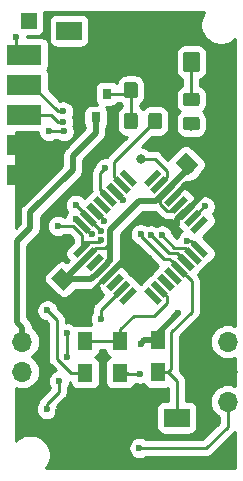
<source format=gtl>
G04 #@! TF.GenerationSoftware,KiCad,Pcbnew,(5.1.2)-2*
G04 #@! TF.CreationDate,2019-11-24T13:14:51+01:00*
G04 #@! TF.ProjectId,HM-LC-SW1-BA-PCB_mini_MAX1724,484d2d4c-432d-4535-9731-2d42412d5043,rev?*
G04 #@! TF.SameCoordinates,Original*
G04 #@! TF.FileFunction,Copper,L1,Top*
G04 #@! TF.FilePolarity,Positive*
%FSLAX46Y46*%
G04 Gerber Fmt 4.6, Leading zero omitted, Abs format (unit mm)*
G04 Created by KiCad (PCBNEW (5.1.2)-2) date 2019-11-24 13:14:51*
%MOMM*%
%LPD*%
G04 APERTURE LIST*
%ADD10O,1.700000X1.700000*%
%ADD11C,0.800000*%
%ADD12C,0.100000*%
%ADD13C,1.150000*%
%ADD14R,0.800000X0.900000*%
%ADD15C,1.425000*%
%ADD16R,3.000000X1.700000*%
%ADD17C,0.550000*%
%ADD18R,2.180000X1.600000*%
%ADD19C,1.250000*%
%ADD20R,1.300000X1.500000*%
%ADD21R,1.350000X1.350000*%
%ADD22C,0.600000*%
%ADD23C,0.250000*%
%ADD24C,0.500000*%
%ADD25C,0.254000*%
G04 APERTURE END LIST*
D10*
X188658500Y-118681500D03*
X188658500Y-116141500D03*
X188658500Y-113601500D03*
D11*
X181300000Y-98100000D03*
D10*
X171300000Y-116140000D03*
X171300000Y-113600000D03*
D12*
G36*
X180824505Y-91601204D02*
G01*
X180848773Y-91604804D01*
X180872572Y-91610765D01*
X180895671Y-91619030D01*
X180917850Y-91629520D01*
X180938893Y-91642132D01*
X180958599Y-91656747D01*
X180976777Y-91673223D01*
X180993253Y-91691401D01*
X181007868Y-91711107D01*
X181020480Y-91732150D01*
X181030970Y-91754329D01*
X181039235Y-91777428D01*
X181045196Y-91801227D01*
X181048796Y-91825495D01*
X181050000Y-91849999D01*
X181050000Y-92750001D01*
X181048796Y-92774505D01*
X181045196Y-92798773D01*
X181039235Y-92822572D01*
X181030970Y-92845671D01*
X181020480Y-92867850D01*
X181007868Y-92888893D01*
X180993253Y-92908599D01*
X180976777Y-92926777D01*
X180958599Y-92943253D01*
X180938893Y-92957868D01*
X180917850Y-92970480D01*
X180895671Y-92980970D01*
X180872572Y-92989235D01*
X180848773Y-92995196D01*
X180824505Y-92998796D01*
X180800001Y-93000000D01*
X180149999Y-93000000D01*
X180125495Y-92998796D01*
X180101227Y-92995196D01*
X180077428Y-92989235D01*
X180054329Y-92980970D01*
X180032150Y-92970480D01*
X180011107Y-92957868D01*
X179991401Y-92943253D01*
X179973223Y-92926777D01*
X179956747Y-92908599D01*
X179942132Y-92888893D01*
X179929520Y-92867850D01*
X179919030Y-92845671D01*
X179910765Y-92822572D01*
X179904804Y-92798773D01*
X179901204Y-92774505D01*
X179900000Y-92750001D01*
X179900000Y-91849999D01*
X179901204Y-91825495D01*
X179904804Y-91801227D01*
X179910765Y-91777428D01*
X179919030Y-91754329D01*
X179929520Y-91732150D01*
X179942132Y-91711107D01*
X179956747Y-91691401D01*
X179973223Y-91673223D01*
X179991401Y-91656747D01*
X180011107Y-91642132D01*
X180032150Y-91629520D01*
X180054329Y-91619030D01*
X180077428Y-91610765D01*
X180101227Y-91604804D01*
X180125495Y-91601204D01*
X180149999Y-91600000D01*
X180800001Y-91600000D01*
X180824505Y-91601204D01*
X180824505Y-91601204D01*
G37*
D13*
X180475000Y-92300000D03*
D12*
G36*
X182874505Y-91601204D02*
G01*
X182898773Y-91604804D01*
X182922572Y-91610765D01*
X182945671Y-91619030D01*
X182967850Y-91629520D01*
X182988893Y-91642132D01*
X183008599Y-91656747D01*
X183026777Y-91673223D01*
X183043253Y-91691401D01*
X183057868Y-91711107D01*
X183070480Y-91732150D01*
X183080970Y-91754329D01*
X183089235Y-91777428D01*
X183095196Y-91801227D01*
X183098796Y-91825495D01*
X183100000Y-91849999D01*
X183100000Y-92750001D01*
X183098796Y-92774505D01*
X183095196Y-92798773D01*
X183089235Y-92822572D01*
X183080970Y-92845671D01*
X183070480Y-92867850D01*
X183057868Y-92888893D01*
X183043253Y-92908599D01*
X183026777Y-92926777D01*
X183008599Y-92943253D01*
X182988893Y-92957868D01*
X182967850Y-92970480D01*
X182945671Y-92980970D01*
X182922572Y-92989235D01*
X182898773Y-92995196D01*
X182874505Y-92998796D01*
X182850001Y-93000000D01*
X182199999Y-93000000D01*
X182175495Y-92998796D01*
X182151227Y-92995196D01*
X182127428Y-92989235D01*
X182104329Y-92980970D01*
X182082150Y-92970480D01*
X182061107Y-92957868D01*
X182041401Y-92943253D01*
X182023223Y-92926777D01*
X182006747Y-92908599D01*
X181992132Y-92888893D01*
X181979520Y-92867850D01*
X181969030Y-92845671D01*
X181960765Y-92822572D01*
X181954804Y-92798773D01*
X181951204Y-92774505D01*
X181950000Y-92750001D01*
X181950000Y-91849999D01*
X181951204Y-91825495D01*
X181954804Y-91801227D01*
X181960765Y-91777428D01*
X181969030Y-91754329D01*
X181979520Y-91732150D01*
X181992132Y-91711107D01*
X182006747Y-91691401D01*
X182023223Y-91673223D01*
X182041401Y-91656747D01*
X182061107Y-91642132D01*
X182082150Y-91629520D01*
X182104329Y-91619030D01*
X182127428Y-91610765D01*
X182151227Y-91604804D01*
X182175495Y-91601204D01*
X182199999Y-91600000D01*
X182850001Y-91600000D01*
X182874505Y-91601204D01*
X182874505Y-91601204D01*
G37*
D13*
X182525000Y-92300000D03*
D12*
G36*
X182874505Y-94201204D02*
G01*
X182898773Y-94204804D01*
X182922572Y-94210765D01*
X182945671Y-94219030D01*
X182967850Y-94229520D01*
X182988893Y-94242132D01*
X183008599Y-94256747D01*
X183026777Y-94273223D01*
X183043253Y-94291401D01*
X183057868Y-94311107D01*
X183070480Y-94332150D01*
X183080970Y-94354329D01*
X183089235Y-94377428D01*
X183095196Y-94401227D01*
X183098796Y-94425495D01*
X183100000Y-94449999D01*
X183100000Y-95350001D01*
X183098796Y-95374505D01*
X183095196Y-95398773D01*
X183089235Y-95422572D01*
X183080970Y-95445671D01*
X183070480Y-95467850D01*
X183057868Y-95488893D01*
X183043253Y-95508599D01*
X183026777Y-95526777D01*
X183008599Y-95543253D01*
X182988893Y-95557868D01*
X182967850Y-95570480D01*
X182945671Y-95580970D01*
X182922572Y-95589235D01*
X182898773Y-95595196D01*
X182874505Y-95598796D01*
X182850001Y-95600000D01*
X182199999Y-95600000D01*
X182175495Y-95598796D01*
X182151227Y-95595196D01*
X182127428Y-95589235D01*
X182104329Y-95580970D01*
X182082150Y-95570480D01*
X182061107Y-95557868D01*
X182041401Y-95543253D01*
X182023223Y-95526777D01*
X182006747Y-95508599D01*
X181992132Y-95488893D01*
X181979520Y-95467850D01*
X181969030Y-95445671D01*
X181960765Y-95422572D01*
X181954804Y-95398773D01*
X181951204Y-95374505D01*
X181950000Y-95350001D01*
X181950000Y-94449999D01*
X181951204Y-94425495D01*
X181954804Y-94401227D01*
X181960765Y-94377428D01*
X181969030Y-94354329D01*
X181979520Y-94332150D01*
X181992132Y-94311107D01*
X182006747Y-94291401D01*
X182023223Y-94273223D01*
X182041401Y-94256747D01*
X182061107Y-94242132D01*
X182082150Y-94229520D01*
X182104329Y-94219030D01*
X182127428Y-94210765D01*
X182151227Y-94204804D01*
X182175495Y-94201204D01*
X182199999Y-94200000D01*
X182850001Y-94200000D01*
X182874505Y-94201204D01*
X182874505Y-94201204D01*
G37*
D13*
X182525000Y-94900000D03*
D12*
G36*
X180824505Y-94201204D02*
G01*
X180848773Y-94204804D01*
X180872572Y-94210765D01*
X180895671Y-94219030D01*
X180917850Y-94229520D01*
X180938893Y-94242132D01*
X180958599Y-94256747D01*
X180976777Y-94273223D01*
X180993253Y-94291401D01*
X181007868Y-94311107D01*
X181020480Y-94332150D01*
X181030970Y-94354329D01*
X181039235Y-94377428D01*
X181045196Y-94401227D01*
X181048796Y-94425495D01*
X181050000Y-94449999D01*
X181050000Y-95350001D01*
X181048796Y-95374505D01*
X181045196Y-95398773D01*
X181039235Y-95422572D01*
X181030970Y-95445671D01*
X181020480Y-95467850D01*
X181007868Y-95488893D01*
X180993253Y-95508599D01*
X180976777Y-95526777D01*
X180958599Y-95543253D01*
X180938893Y-95557868D01*
X180917850Y-95570480D01*
X180895671Y-95580970D01*
X180872572Y-95589235D01*
X180848773Y-95595196D01*
X180824505Y-95598796D01*
X180800001Y-95600000D01*
X180149999Y-95600000D01*
X180125495Y-95598796D01*
X180101227Y-95595196D01*
X180077428Y-95589235D01*
X180054329Y-95580970D01*
X180032150Y-95570480D01*
X180011107Y-95557868D01*
X179991401Y-95543253D01*
X179973223Y-95526777D01*
X179956747Y-95508599D01*
X179942132Y-95488893D01*
X179929520Y-95467850D01*
X179919030Y-95445671D01*
X179910765Y-95422572D01*
X179904804Y-95398773D01*
X179901204Y-95374505D01*
X179900000Y-95350001D01*
X179900000Y-94449999D01*
X179901204Y-94425495D01*
X179904804Y-94401227D01*
X179910765Y-94377428D01*
X179919030Y-94354329D01*
X179929520Y-94332150D01*
X179942132Y-94311107D01*
X179956747Y-94291401D01*
X179973223Y-94273223D01*
X179991401Y-94256747D01*
X180011107Y-94242132D01*
X180032150Y-94229520D01*
X180054329Y-94219030D01*
X180077428Y-94210765D01*
X180101227Y-94204804D01*
X180125495Y-94201204D01*
X180149999Y-94200000D01*
X180800001Y-94200000D01*
X180824505Y-94201204D01*
X180824505Y-94201204D01*
G37*
D13*
X180475000Y-94900000D03*
D14*
X177500000Y-94600000D03*
X176550000Y-92600000D03*
X178450000Y-92600000D03*
D12*
G36*
X186074505Y-94551204D02*
G01*
X186098773Y-94554804D01*
X186122572Y-94560765D01*
X186145671Y-94569030D01*
X186167850Y-94579520D01*
X186188893Y-94592132D01*
X186208599Y-94606747D01*
X186226777Y-94623223D01*
X186243253Y-94641401D01*
X186257868Y-94661107D01*
X186270480Y-94682150D01*
X186280970Y-94704329D01*
X186289235Y-94727428D01*
X186295196Y-94751227D01*
X186298796Y-94775495D01*
X186300000Y-94799999D01*
X186300000Y-95450001D01*
X186298796Y-95474505D01*
X186295196Y-95498773D01*
X186289235Y-95522572D01*
X186280970Y-95545671D01*
X186270480Y-95567850D01*
X186257868Y-95588893D01*
X186243253Y-95608599D01*
X186226777Y-95626777D01*
X186208599Y-95643253D01*
X186188893Y-95657868D01*
X186167850Y-95670480D01*
X186145671Y-95680970D01*
X186122572Y-95689235D01*
X186098773Y-95695196D01*
X186074505Y-95698796D01*
X186050001Y-95700000D01*
X185149999Y-95700000D01*
X185125495Y-95698796D01*
X185101227Y-95695196D01*
X185077428Y-95689235D01*
X185054329Y-95680970D01*
X185032150Y-95670480D01*
X185011107Y-95657868D01*
X184991401Y-95643253D01*
X184973223Y-95626777D01*
X184956747Y-95608599D01*
X184942132Y-95588893D01*
X184929520Y-95567850D01*
X184919030Y-95545671D01*
X184910765Y-95522572D01*
X184904804Y-95498773D01*
X184901204Y-95474505D01*
X184900000Y-95450001D01*
X184900000Y-94799999D01*
X184901204Y-94775495D01*
X184904804Y-94751227D01*
X184910765Y-94727428D01*
X184919030Y-94704329D01*
X184929520Y-94682150D01*
X184942132Y-94661107D01*
X184956747Y-94641401D01*
X184973223Y-94623223D01*
X184991401Y-94606747D01*
X185011107Y-94592132D01*
X185032150Y-94579520D01*
X185054329Y-94569030D01*
X185077428Y-94560765D01*
X185101227Y-94554804D01*
X185125495Y-94551204D01*
X185149999Y-94550000D01*
X186050001Y-94550000D01*
X186074505Y-94551204D01*
X186074505Y-94551204D01*
G37*
D13*
X185600000Y-95125000D03*
D12*
G36*
X186074505Y-92501204D02*
G01*
X186098773Y-92504804D01*
X186122572Y-92510765D01*
X186145671Y-92519030D01*
X186167850Y-92529520D01*
X186188893Y-92542132D01*
X186208599Y-92556747D01*
X186226777Y-92573223D01*
X186243253Y-92591401D01*
X186257868Y-92611107D01*
X186270480Y-92632150D01*
X186280970Y-92654329D01*
X186289235Y-92677428D01*
X186295196Y-92701227D01*
X186298796Y-92725495D01*
X186300000Y-92749999D01*
X186300000Y-93400001D01*
X186298796Y-93424505D01*
X186295196Y-93448773D01*
X186289235Y-93472572D01*
X186280970Y-93495671D01*
X186270480Y-93517850D01*
X186257868Y-93538893D01*
X186243253Y-93558599D01*
X186226777Y-93576777D01*
X186208599Y-93593253D01*
X186188893Y-93607868D01*
X186167850Y-93620480D01*
X186145671Y-93630970D01*
X186122572Y-93639235D01*
X186098773Y-93645196D01*
X186074505Y-93648796D01*
X186050001Y-93650000D01*
X185149999Y-93650000D01*
X185125495Y-93648796D01*
X185101227Y-93645196D01*
X185077428Y-93639235D01*
X185054329Y-93630970D01*
X185032150Y-93620480D01*
X185011107Y-93607868D01*
X184991401Y-93593253D01*
X184973223Y-93576777D01*
X184956747Y-93558599D01*
X184942132Y-93538893D01*
X184929520Y-93517850D01*
X184919030Y-93495671D01*
X184910765Y-93472572D01*
X184904804Y-93448773D01*
X184901204Y-93424505D01*
X184900000Y-93400001D01*
X184900000Y-92749999D01*
X184901204Y-92725495D01*
X184904804Y-92701227D01*
X184910765Y-92677428D01*
X184919030Y-92654329D01*
X184929520Y-92632150D01*
X184942132Y-92611107D01*
X184956747Y-92591401D01*
X184973223Y-92573223D01*
X184991401Y-92556747D01*
X185011107Y-92542132D01*
X185032150Y-92529520D01*
X185054329Y-92519030D01*
X185077428Y-92510765D01*
X185101227Y-92504804D01*
X185125495Y-92501204D01*
X185149999Y-92500000D01*
X186050001Y-92500000D01*
X186074505Y-92501204D01*
X186074505Y-92501204D01*
G37*
D13*
X185600000Y-93075000D03*
D12*
G36*
X186099504Y-89026204D02*
G01*
X186123773Y-89029804D01*
X186147571Y-89035765D01*
X186170671Y-89044030D01*
X186192849Y-89054520D01*
X186213893Y-89067133D01*
X186233598Y-89081747D01*
X186251777Y-89098223D01*
X186268253Y-89116402D01*
X186282867Y-89136107D01*
X186295480Y-89157151D01*
X186305970Y-89179329D01*
X186314235Y-89202429D01*
X186320196Y-89226227D01*
X186323796Y-89250496D01*
X186325000Y-89275000D01*
X186325000Y-90525000D01*
X186323796Y-90549504D01*
X186320196Y-90573773D01*
X186314235Y-90597571D01*
X186305970Y-90620671D01*
X186295480Y-90642849D01*
X186282867Y-90663893D01*
X186268253Y-90683598D01*
X186251777Y-90701777D01*
X186233598Y-90718253D01*
X186213893Y-90732867D01*
X186192849Y-90745480D01*
X186170671Y-90755970D01*
X186147571Y-90764235D01*
X186123773Y-90770196D01*
X186099504Y-90773796D01*
X186075000Y-90775000D01*
X185150000Y-90775000D01*
X185125496Y-90773796D01*
X185101227Y-90770196D01*
X185077429Y-90764235D01*
X185054329Y-90755970D01*
X185032151Y-90745480D01*
X185011107Y-90732867D01*
X184991402Y-90718253D01*
X184973223Y-90701777D01*
X184956747Y-90683598D01*
X184942133Y-90663893D01*
X184929520Y-90642849D01*
X184919030Y-90620671D01*
X184910765Y-90597571D01*
X184904804Y-90573773D01*
X184901204Y-90549504D01*
X184900000Y-90525000D01*
X184900000Y-89275000D01*
X184901204Y-89250496D01*
X184904804Y-89226227D01*
X184910765Y-89202429D01*
X184919030Y-89179329D01*
X184929520Y-89157151D01*
X184942133Y-89136107D01*
X184956747Y-89116402D01*
X184973223Y-89098223D01*
X184991402Y-89081747D01*
X185011107Y-89067133D01*
X185032151Y-89054520D01*
X185054329Y-89044030D01*
X185077429Y-89035765D01*
X185101227Y-89029804D01*
X185125496Y-89026204D01*
X185150000Y-89025000D01*
X186075000Y-89025000D01*
X186099504Y-89026204D01*
X186099504Y-89026204D01*
G37*
D15*
X185612500Y-89900000D03*
D12*
G36*
X189074504Y-89026204D02*
G01*
X189098773Y-89029804D01*
X189122571Y-89035765D01*
X189145671Y-89044030D01*
X189167849Y-89054520D01*
X189188893Y-89067133D01*
X189208598Y-89081747D01*
X189226777Y-89098223D01*
X189243253Y-89116402D01*
X189257867Y-89136107D01*
X189270480Y-89157151D01*
X189280970Y-89179329D01*
X189289235Y-89202429D01*
X189295196Y-89226227D01*
X189298796Y-89250496D01*
X189300000Y-89275000D01*
X189300000Y-90525000D01*
X189298796Y-90549504D01*
X189295196Y-90573773D01*
X189289235Y-90597571D01*
X189280970Y-90620671D01*
X189270480Y-90642849D01*
X189257867Y-90663893D01*
X189243253Y-90683598D01*
X189226777Y-90701777D01*
X189208598Y-90718253D01*
X189188893Y-90732867D01*
X189167849Y-90745480D01*
X189145671Y-90755970D01*
X189122571Y-90764235D01*
X189098773Y-90770196D01*
X189074504Y-90773796D01*
X189050000Y-90775000D01*
X188125000Y-90775000D01*
X188100496Y-90773796D01*
X188076227Y-90770196D01*
X188052429Y-90764235D01*
X188029329Y-90755970D01*
X188007151Y-90745480D01*
X187986107Y-90732867D01*
X187966402Y-90718253D01*
X187948223Y-90701777D01*
X187931747Y-90683598D01*
X187917133Y-90663893D01*
X187904520Y-90642849D01*
X187894030Y-90620671D01*
X187885765Y-90597571D01*
X187879804Y-90573773D01*
X187876204Y-90549504D01*
X187875000Y-90525000D01*
X187875000Y-89275000D01*
X187876204Y-89250496D01*
X187879804Y-89226227D01*
X187885765Y-89202429D01*
X187894030Y-89179329D01*
X187904520Y-89157151D01*
X187917133Y-89136107D01*
X187931747Y-89116402D01*
X187948223Y-89098223D01*
X187966402Y-89081747D01*
X187986107Y-89067133D01*
X188007151Y-89054520D01*
X188029329Y-89044030D01*
X188052429Y-89035765D01*
X188076227Y-89029804D01*
X188100496Y-89026204D01*
X188125000Y-89025000D01*
X189050000Y-89025000D01*
X189074504Y-89026204D01*
X189074504Y-89026204D01*
G37*
D15*
X188587500Y-89900000D03*
D16*
X171410500Y-89281000D03*
X171410500Y-94361000D03*
X171410500Y-99441000D03*
X171386500Y-91821000D03*
X171386500Y-96901000D03*
D17*
X186277603Y-103686195D03*
D12*
G36*
X186648834Y-102926055D02*
G01*
X187037743Y-103314964D01*
X185906372Y-104446335D01*
X185517463Y-104057426D01*
X186648834Y-102926055D01*
X186648834Y-102926055D01*
G37*
D17*
X185711917Y-103120510D03*
D12*
G36*
X186083148Y-102360370D02*
G01*
X186472057Y-102749279D01*
X185340686Y-103880650D01*
X184951777Y-103491741D01*
X186083148Y-102360370D01*
X186083148Y-102360370D01*
G37*
D17*
X185146232Y-102554824D03*
D12*
G36*
X185517463Y-101794684D02*
G01*
X185906372Y-102183593D01*
X184775001Y-103314964D01*
X184386092Y-102926055D01*
X185517463Y-101794684D01*
X185517463Y-101794684D01*
G37*
D17*
X184580547Y-101989139D03*
D12*
G36*
X184951778Y-101228999D02*
G01*
X185340687Y-101617908D01*
X184209316Y-102749279D01*
X183820407Y-102360370D01*
X184951778Y-101228999D01*
X184951778Y-101228999D01*
G37*
D17*
X184014861Y-101423453D03*
D12*
G36*
X184386092Y-100663313D02*
G01*
X184775001Y-101052222D01*
X183643630Y-102183593D01*
X183254721Y-101794684D01*
X184386092Y-100663313D01*
X184386092Y-100663313D01*
G37*
D17*
X183449176Y-100857768D03*
D12*
G36*
X183820407Y-100097628D02*
G01*
X184209316Y-100486537D01*
X183077945Y-101617908D01*
X182689036Y-101228999D01*
X183820407Y-100097628D01*
X183820407Y-100097628D01*
G37*
D17*
X182883490Y-100292083D03*
D12*
G36*
X183254721Y-99531943D02*
G01*
X183643630Y-99920852D01*
X182512259Y-101052223D01*
X182123350Y-100663314D01*
X183254721Y-99531943D01*
X183254721Y-99531943D01*
G37*
D17*
X182317805Y-99726397D03*
D12*
G36*
X182689036Y-98966257D02*
G01*
X183077945Y-99355166D01*
X181946574Y-100486537D01*
X181557665Y-100097628D01*
X182689036Y-98966257D01*
X182689036Y-98966257D01*
G37*
D17*
X180267195Y-99726397D03*
D12*
G36*
X179507055Y-99355166D02*
G01*
X179895964Y-98966257D01*
X181027335Y-100097628D01*
X180638426Y-100486537D01*
X179507055Y-99355166D01*
X179507055Y-99355166D01*
G37*
D17*
X179701510Y-100292083D03*
D12*
G36*
X178941370Y-99920852D02*
G01*
X179330279Y-99531943D01*
X180461650Y-100663314D01*
X180072741Y-101052223D01*
X178941370Y-99920852D01*
X178941370Y-99920852D01*
G37*
D17*
X179135824Y-100857768D03*
D12*
G36*
X178375684Y-100486537D02*
G01*
X178764593Y-100097628D01*
X179895964Y-101228999D01*
X179507055Y-101617908D01*
X178375684Y-100486537D01*
X178375684Y-100486537D01*
G37*
D17*
X178570139Y-101423453D03*
D12*
G36*
X177809999Y-101052222D02*
G01*
X178198908Y-100663313D01*
X179330279Y-101794684D01*
X178941370Y-102183593D01*
X177809999Y-101052222D01*
X177809999Y-101052222D01*
G37*
D17*
X178004453Y-101989139D03*
D12*
G36*
X177244313Y-101617908D02*
G01*
X177633222Y-101228999D01*
X178764593Y-102360370D01*
X178375684Y-102749279D01*
X177244313Y-101617908D01*
X177244313Y-101617908D01*
G37*
D17*
X177438768Y-102554824D03*
D12*
G36*
X176678628Y-102183593D02*
G01*
X177067537Y-101794684D01*
X178198908Y-102926055D01*
X177809999Y-103314964D01*
X176678628Y-102183593D01*
X176678628Y-102183593D01*
G37*
D17*
X176873083Y-103120510D03*
D12*
G36*
X176112943Y-102749279D02*
G01*
X176501852Y-102360370D01*
X177633223Y-103491741D01*
X177244314Y-103880650D01*
X176112943Y-102749279D01*
X176112943Y-102749279D01*
G37*
D17*
X176307397Y-103686195D03*
D12*
G36*
X175547257Y-103314964D02*
G01*
X175936166Y-102926055D01*
X177067537Y-104057426D01*
X176678628Y-104446335D01*
X175547257Y-103314964D01*
X175547257Y-103314964D01*
G37*
D17*
X176307397Y-105736805D03*
D12*
G36*
X176678628Y-104976665D02*
G01*
X177067537Y-105365574D01*
X175936166Y-106496945D01*
X175547257Y-106108036D01*
X176678628Y-104976665D01*
X176678628Y-104976665D01*
G37*
D17*
X176873083Y-106302490D03*
D12*
G36*
X177244314Y-105542350D02*
G01*
X177633223Y-105931259D01*
X176501852Y-107062630D01*
X176112943Y-106673721D01*
X177244314Y-105542350D01*
X177244314Y-105542350D01*
G37*
D17*
X177438768Y-106868176D03*
D12*
G36*
X177809999Y-106108036D02*
G01*
X178198908Y-106496945D01*
X177067537Y-107628316D01*
X176678628Y-107239407D01*
X177809999Y-106108036D01*
X177809999Y-106108036D01*
G37*
D17*
X178004453Y-107433861D03*
D12*
G36*
X178375684Y-106673721D02*
G01*
X178764593Y-107062630D01*
X177633222Y-108194001D01*
X177244313Y-107805092D01*
X178375684Y-106673721D01*
X178375684Y-106673721D01*
G37*
D17*
X178570139Y-107999547D03*
D12*
G36*
X178941370Y-107239407D02*
G01*
X179330279Y-107628316D01*
X178198908Y-108759687D01*
X177809999Y-108370778D01*
X178941370Y-107239407D01*
X178941370Y-107239407D01*
G37*
D17*
X179135824Y-108565232D03*
D12*
G36*
X179507055Y-107805092D02*
G01*
X179895964Y-108194001D01*
X178764593Y-109325372D01*
X178375684Y-108936463D01*
X179507055Y-107805092D01*
X179507055Y-107805092D01*
G37*
D17*
X179701510Y-109130917D03*
D12*
G36*
X180072741Y-108370777D02*
G01*
X180461650Y-108759686D01*
X179330279Y-109891057D01*
X178941370Y-109502148D01*
X180072741Y-108370777D01*
X180072741Y-108370777D01*
G37*
D17*
X180267195Y-109696603D03*
D12*
G36*
X180638426Y-108936463D02*
G01*
X181027335Y-109325372D01*
X179895964Y-110456743D01*
X179507055Y-110067834D01*
X180638426Y-108936463D01*
X180638426Y-108936463D01*
G37*
D17*
X182317805Y-109696603D03*
D12*
G36*
X181557665Y-109325372D02*
G01*
X181946574Y-108936463D01*
X183077945Y-110067834D01*
X182689036Y-110456743D01*
X181557665Y-109325372D01*
X181557665Y-109325372D01*
G37*
D17*
X182883490Y-109130917D03*
D12*
G36*
X182123350Y-108759686D02*
G01*
X182512259Y-108370777D01*
X183643630Y-109502148D01*
X183254721Y-109891057D01*
X182123350Y-108759686D01*
X182123350Y-108759686D01*
G37*
D17*
X183449176Y-108565232D03*
D12*
G36*
X182689036Y-108194001D02*
G01*
X183077945Y-107805092D01*
X184209316Y-108936463D01*
X183820407Y-109325372D01*
X182689036Y-108194001D01*
X182689036Y-108194001D01*
G37*
D17*
X184014861Y-107999547D03*
D12*
G36*
X183254721Y-107628316D02*
G01*
X183643630Y-107239407D01*
X184775001Y-108370778D01*
X184386092Y-108759687D01*
X183254721Y-107628316D01*
X183254721Y-107628316D01*
G37*
D17*
X184580547Y-107433861D03*
D12*
G36*
X183820407Y-107062630D02*
G01*
X184209316Y-106673721D01*
X185340687Y-107805092D01*
X184951778Y-108194001D01*
X183820407Y-107062630D01*
X183820407Y-107062630D01*
G37*
D17*
X185146232Y-106868176D03*
D12*
G36*
X184386092Y-106496945D02*
G01*
X184775001Y-106108036D01*
X185906372Y-107239407D01*
X185517463Y-107628316D01*
X184386092Y-106496945D01*
X184386092Y-106496945D01*
G37*
D17*
X185711917Y-106302490D03*
D12*
G36*
X184951777Y-105931259D02*
G01*
X185340686Y-105542350D01*
X186472057Y-106673721D01*
X186083148Y-107062630D01*
X184951777Y-105931259D01*
X184951777Y-105931259D01*
G37*
D17*
X186277603Y-105736805D03*
D12*
G36*
X185517463Y-105365574D02*
G01*
X185906372Y-104976665D01*
X187037743Y-106108036D01*
X186648834Y-106496945D01*
X185517463Y-105365574D01*
X185517463Y-105365574D01*
G37*
D18*
X175178500Y-120015000D03*
X184358500Y-120015000D03*
X175242000Y-87249000D03*
X184422000Y-87249000D03*
D19*
X185216117Y-98516117D03*
D12*
G36*
X184243845Y-98427729D02*
G01*
X185127729Y-97543845D01*
X186188389Y-98604505D01*
X185304505Y-99488389D01*
X184243845Y-98427729D01*
X184243845Y-98427729D01*
G37*
D19*
X186983883Y-100283883D03*
D12*
G36*
X186011611Y-100195495D02*
G01*
X186895495Y-99311611D01*
X187956155Y-100372271D01*
X187072271Y-101256155D01*
X186011611Y-100195495D01*
X186011611Y-100195495D01*
G37*
D20*
X182753000Y-113483400D03*
X182753000Y-116183400D03*
D21*
X171831000Y-86423500D03*
D20*
X179578000Y-113521500D03*
X179578000Y-116221500D03*
D19*
X174716117Y-108316117D03*
D12*
G36*
X173743845Y-108227729D02*
G01*
X174627729Y-107343845D01*
X175688389Y-108404505D01*
X174804505Y-109288389D01*
X173743845Y-108227729D01*
X173743845Y-108227729D01*
G37*
D19*
X176483883Y-110083883D03*
D12*
G36*
X175511611Y-109995495D02*
G01*
X176395495Y-109111611D01*
X177456155Y-110172271D01*
X176572271Y-111056155D01*
X175511611Y-109995495D01*
X175511611Y-109995495D01*
G37*
D20*
X176606200Y-116230400D03*
X176606200Y-113530400D03*
D22*
X185503500Y-99060000D03*
X170713400Y-87807800D03*
X184500000Y-111200000D03*
X181300000Y-113786400D03*
X176500000Y-110600000D03*
X178700000Y-88200000D03*
X175400000Y-120600000D03*
X184200000Y-104100000D03*
X182610000Y-88282000D03*
X170900000Y-101800000D03*
X171900000Y-105600000D03*
X171900000Y-107000000D03*
X171900000Y-108600000D03*
X171900000Y-110200000D03*
X175400000Y-119100000D03*
X175400000Y-117600000D03*
X171700000Y-119500000D03*
X171700000Y-118100000D03*
X171700000Y-120900000D03*
X174400000Y-92000000D03*
X174400000Y-90600000D03*
X181000000Y-120200000D03*
X181000000Y-121200000D03*
X174000000Y-109650000D03*
X170900000Y-102600000D03*
X170900000Y-103400000D03*
X188650000Y-122850000D03*
X188650000Y-123750000D03*
X187800000Y-123750000D03*
X178950000Y-94550000D03*
X178950000Y-95450000D03*
X186740800Y-102133400D03*
X185700000Y-95200000D03*
X178173279Y-103360831D03*
X185262592Y-105047466D03*
X175800000Y-102000000D03*
X177964335Y-104182336D03*
X175800000Y-103200000D03*
X177225415Y-104509118D03*
X174300000Y-103800000D03*
X177935643Y-104981834D03*
X174794569Y-95783400D03*
X181300000Y-104500000D03*
X173542780Y-95782303D03*
X182200000Y-104600000D03*
X174752000Y-94970600D03*
X174736032Y-94102935D03*
X183100000Y-104600000D03*
X177933614Y-111684448D03*
X181200000Y-122600000D03*
X175100000Y-114850000D03*
X175100000Y-112900000D03*
X174400000Y-116900000D03*
X173350000Y-119300000D03*
X181250000Y-116300000D03*
X173400000Y-110950000D03*
X179807225Y-101635380D03*
X175242000Y-87300000D03*
X178300000Y-98900000D03*
D23*
X185503500Y-99060000D02*
X185628500Y-99060000D01*
X182753000Y-113483400D02*
X182753000Y-113264992D01*
X170713400Y-87807800D02*
X170713400Y-88583900D01*
X170713400Y-88583900D02*
X171410500Y-89281000D01*
X178790600Y-106273600D02*
X178790600Y-106647714D01*
X178790600Y-106647714D02*
X178004453Y-107433861D01*
X178130200Y-105671189D02*
X178188189Y-105671189D01*
X178125106Y-105666095D02*
X178130200Y-105671189D01*
X177509478Y-105666095D02*
X178125106Y-105666095D01*
X171410500Y-89281000D02*
X172060500Y-89281000D01*
X176873083Y-106302490D02*
X177392547Y-105783026D01*
X182929711Y-101611093D02*
X182812781Y-101494163D01*
X182929711Y-101929309D02*
X182929711Y-101611093D01*
X183509005Y-102508603D02*
X182929711Y-101929309D01*
X184580547Y-101989139D02*
X184061083Y-102508603D01*
X184061083Y-102508603D02*
X183509005Y-102508603D01*
X174946500Y-108229073D02*
X176236688Y-106938885D01*
X176236688Y-106938885D02*
X176873083Y-106302490D01*
X182812781Y-101494163D02*
X183449176Y-100857768D01*
X183449176Y-100857768D02*
X185246944Y-99060000D01*
X185246944Y-99060000D02*
X185503500Y-99060000D01*
D24*
X181603000Y-113483400D02*
X181300000Y-113786400D01*
X182753000Y-113483400D02*
X181603000Y-113483400D01*
X181300000Y-113786400D02*
X181300000Y-113786400D01*
X185216117Y-99090827D02*
X185216117Y-98516117D01*
X183449176Y-100857768D02*
X185216117Y-99090827D01*
X178640848Y-106797466D02*
X178004453Y-107433861D01*
X178714336Y-106723978D02*
X178640848Y-106797466D01*
X181122785Y-101700000D02*
X178714336Y-104108449D01*
X182606944Y-101700000D02*
X181122785Y-101700000D01*
X183449176Y-100857768D02*
X182606944Y-101700000D01*
X177122197Y-108316117D02*
X174716117Y-108316117D01*
X178004453Y-107433861D02*
X177122197Y-108316117D01*
X174859456Y-108316117D02*
X176873083Y-106302490D01*
X174716117Y-108316117D02*
X174859456Y-108316117D01*
D23*
X178694767Y-105666095D02*
X178714336Y-105685664D01*
X176873083Y-106302490D02*
X177509478Y-105666095D01*
D24*
X178714336Y-105685664D02*
X178714336Y-106723978D01*
D23*
X178714336Y-105217854D02*
X178714336Y-104985664D01*
X178266095Y-105666095D02*
X178714336Y-105217854D01*
D24*
X178714336Y-104985664D02*
X178714336Y-105685664D01*
X178714336Y-104108449D02*
X178714336Y-104985664D01*
D23*
X177509478Y-105666095D02*
X178266095Y-105666095D01*
D24*
X182753000Y-112947000D02*
X184500000Y-111200000D01*
X182753000Y-113483400D02*
X182753000Y-112947000D01*
D23*
X184463620Y-103276705D02*
X184463620Y-103700969D01*
X184463620Y-103237436D02*
X184463620Y-103276705D01*
X185146232Y-102554824D02*
X184463620Y-103237436D01*
X171348400Y-99503100D02*
X171410500Y-99441000D01*
X184422000Y-87249000D02*
X183082000Y-87249000D01*
X183082000Y-87249000D02*
X182610000Y-87721000D01*
X182610000Y-87721000D02*
X182610000Y-88282000D01*
X172643800Y-96901000D02*
X171386500Y-96901000D01*
X176446500Y-109791500D02*
X176571500Y-109791500D01*
X176571500Y-109791500D02*
X178363453Y-107999547D01*
X178363453Y-107999547D02*
X178570139Y-107999547D01*
D24*
X178570139Y-107999547D02*
X179900000Y-106669686D01*
X185040182Y-102554824D02*
X185146232Y-102554824D01*
X184395717Y-103199289D02*
X185040182Y-102554824D01*
X185154431Y-100283883D02*
X186983883Y-100283883D01*
X184014861Y-101423453D02*
X185154431Y-100283883D01*
X186983883Y-100717173D02*
X186983883Y-100283883D01*
X185146232Y-102554824D02*
X186983883Y-100717173D01*
D23*
X186699027Y-102133400D02*
X185711917Y-103120510D01*
X186740800Y-102133400D02*
X186699027Y-102133400D01*
X177438768Y-102554824D02*
X178173279Y-103289335D01*
X178173279Y-103289335D02*
X178173279Y-103360831D01*
X186277603Y-105736805D02*
X185588264Y-105047466D01*
X185588264Y-105047466D02*
X185262592Y-105047466D01*
X185975000Y-89862500D02*
X185612500Y-89500000D01*
X185600000Y-89912500D02*
X185612500Y-89900000D01*
X185600000Y-93075000D02*
X185600000Y-89912500D01*
X176873083Y-103120510D02*
X177934909Y-104182336D01*
X177934909Y-104182336D02*
X177964335Y-104182336D01*
X176873083Y-103073083D02*
X175800000Y-102000000D01*
X176873083Y-103120510D02*
X176873083Y-103073083D01*
X176307397Y-103686195D02*
X177130320Y-104509118D01*
X177130320Y-104509118D02*
X177225415Y-104509118D01*
X176307397Y-103686195D02*
X176286195Y-103686195D01*
X176307397Y-104577797D02*
X176307397Y-105736805D01*
X177783358Y-105134119D02*
X177935643Y-104981834D01*
X176307397Y-105736805D02*
X176307397Y-105247896D01*
X176421174Y-105134119D02*
X177783358Y-105134119D01*
X176307397Y-105247896D02*
X176421174Y-105134119D01*
X175564800Y-103835200D02*
X174244200Y-103835200D01*
X175564800Y-103835200D02*
X176307397Y-104577797D01*
X182753000Y-116183400D02*
X183653000Y-116183400D01*
X183653000Y-116183400D02*
X184358500Y-116888900D01*
X184358500Y-116888900D02*
X184358500Y-118965000D01*
X184358500Y-118965000D02*
X184358500Y-120015000D01*
X173542780Y-95782303D02*
X174793472Y-95782303D01*
X174793472Y-95782303D02*
X174794569Y-95783400D01*
X184658000Y-119715500D02*
X184358500Y-120015000D01*
X185216942Y-108070256D02*
X184580547Y-107433861D01*
X185633001Y-108486315D02*
X185216942Y-108070256D01*
X185633001Y-111054151D02*
X185633001Y-108486315D01*
X183896000Y-112791152D02*
X185633001Y-111054151D01*
X183896000Y-115940400D02*
X183896000Y-112791152D01*
X183653000Y-116183400D02*
X183896000Y-115940400D01*
X181300000Y-104625002D02*
X182574998Y-105900000D01*
X181300000Y-104500000D02*
X181300000Y-104625002D01*
X183944152Y-106797466D02*
X184580547Y-107433861D01*
X183712799Y-106566113D02*
X183944152Y-106797466D01*
X183241111Y-106566113D02*
X183712799Y-106566113D01*
X182574998Y-105900000D02*
X183241111Y-106566113D01*
X173718136Y-94361000D02*
X174327736Y-94970600D01*
X171410500Y-94361000D02*
X173718136Y-94361000D01*
X174327736Y-94970600D02*
X174752000Y-94970600D01*
X184509837Y-106231781D02*
X185146232Y-106868176D01*
X184394160Y-106116104D02*
X184509837Y-106231781D01*
X183716104Y-106116104D02*
X184394160Y-106116104D01*
X182200000Y-104600000D02*
X183716104Y-106116104D01*
X174318435Y-94102935D02*
X174736032Y-94102935D01*
X172036500Y-91821000D02*
X174318435Y-94102935D01*
X171386500Y-91821000D02*
X172036500Y-91821000D01*
X185075522Y-105666095D02*
X185711917Y-106302490D01*
X184166095Y-105666095D02*
X185075522Y-105666095D01*
X183100000Y-104600000D02*
X184166095Y-105666095D01*
X188658500Y-118910100D02*
X188658500Y-118681500D01*
X175100000Y-115000000D02*
X175100000Y-112900000D01*
X175100000Y-112900000D02*
X175100000Y-112900000D01*
X177933614Y-110898813D02*
X177933614Y-111684448D01*
X179701510Y-109130917D02*
X177933614Y-110898813D01*
X181200000Y-122600000D02*
X184740000Y-122600000D01*
X184740000Y-122600000D02*
X186850000Y-122600000D01*
X188658500Y-120791500D02*
X188658500Y-118681500D01*
X186850000Y-122600000D02*
X188658500Y-120791500D01*
X174400000Y-117825736D02*
X174400000Y-116900000D01*
X173350000Y-119300000D02*
X173350000Y-118875736D01*
X173350000Y-118875736D02*
X174400000Y-117825736D01*
X179578000Y-113521500D02*
X176615100Y-113521500D01*
X176615100Y-113521500D02*
X176606200Y-113530400D01*
X179578000Y-113421500D02*
X179578000Y-113521500D01*
X179578000Y-113521500D02*
X179578000Y-113621500D01*
X183519885Y-109767312D02*
X182883490Y-109130917D01*
X183519885Y-110280115D02*
X183519885Y-109767312D01*
X182400000Y-111400000D02*
X183519885Y-110280115D01*
X180699500Y-111400000D02*
X182400000Y-111400000D01*
X179578000Y-112521500D02*
X180699500Y-111400000D01*
X179578000Y-113521500D02*
X179578000Y-112521500D01*
X183519885Y-99119885D02*
X182499999Y-98099999D01*
X183519885Y-99655688D02*
X183519885Y-99119885D01*
X182883490Y-100292083D02*
X183519885Y-99655688D01*
X181724265Y-98099999D02*
X182499999Y-98099999D01*
X181300000Y-98100000D02*
X181724265Y-98099999D01*
X179578000Y-116221500D02*
X180221500Y-116221500D01*
X179656500Y-116300000D02*
X179578000Y-116221500D01*
X181250000Y-116300000D02*
X179656500Y-116300000D01*
X179807225Y-101529169D02*
X179807225Y-101635380D01*
X179135824Y-100857768D02*
X179807225Y-101529169D01*
X175405398Y-116230400D02*
X176606200Y-116230400D01*
X174200000Y-115025002D02*
X175405398Y-116230400D01*
X173400000Y-110950000D02*
X174200000Y-111750000D01*
X174200000Y-111750000D02*
X174200000Y-115025002D01*
D24*
X177500000Y-95900000D02*
X177500000Y-94600000D01*
X175550000Y-97850000D02*
X177500000Y-95900000D01*
X175550000Y-99050000D02*
X175550000Y-97850000D01*
X171300000Y-112397919D02*
X170800000Y-111897919D01*
X170800000Y-111897919D02*
X170800000Y-105100000D01*
X170800000Y-105100000D02*
X171950000Y-103950000D01*
X171950000Y-103950000D02*
X171950000Y-102650000D01*
X171300000Y-113600000D02*
X171300000Y-112397919D01*
X171950000Y-102650000D02*
X175550000Y-99050000D01*
D23*
X180175000Y-92600000D02*
X180475000Y-92300000D01*
X178450000Y-92600000D02*
X180175000Y-92600000D01*
X180475000Y-94900000D02*
X180475000Y-92300000D01*
X179065115Y-98359885D02*
X182525000Y-94900000D01*
X179701510Y-100292083D02*
X179065115Y-99655688D01*
X179065115Y-99655688D02*
X179065115Y-98359885D01*
X178570139Y-101423453D02*
X177933744Y-100787058D01*
X178570139Y-101423453D02*
X177900000Y-100753314D01*
X177900000Y-99300000D02*
X178300000Y-98900000D01*
X177900000Y-99800000D02*
X177900000Y-99300000D01*
X177900000Y-100753314D02*
X177900000Y-99800000D01*
D25*
G36*
X186549463Y-85919169D02*
G01*
X186418675Y-86234919D01*
X186352000Y-86570117D01*
X186352000Y-86911883D01*
X186418675Y-87247081D01*
X186549463Y-87562831D01*
X186739337Y-87846998D01*
X186981002Y-88088663D01*
X187265169Y-88278537D01*
X187580919Y-88409325D01*
X187916117Y-88476000D01*
X188257883Y-88476000D01*
X188593081Y-88409325D01*
X188908831Y-88278537D01*
X189192998Y-88088663D01*
X189290000Y-87991661D01*
X189290001Y-112255221D01*
X189229534Y-112222901D01*
X188949611Y-112137987D01*
X188731450Y-112116500D01*
X188585550Y-112116500D01*
X188367389Y-112137987D01*
X188087466Y-112222901D01*
X187829486Y-112360794D01*
X187603366Y-112546366D01*
X187417794Y-112772486D01*
X187279901Y-113030466D01*
X187194987Y-113310389D01*
X187166315Y-113601500D01*
X187194987Y-113892611D01*
X187279901Y-114172534D01*
X187417794Y-114430514D01*
X187603366Y-114656634D01*
X187829486Y-114842206D01*
X188087466Y-114980099D01*
X188367389Y-115065013D01*
X188585550Y-115086500D01*
X188731450Y-115086500D01*
X188949611Y-115065013D01*
X189229534Y-114980099D01*
X189290001Y-114947779D01*
X189290001Y-117335221D01*
X189229534Y-117302901D01*
X188949611Y-117217987D01*
X188731450Y-117196500D01*
X188585550Y-117196500D01*
X188367389Y-117217987D01*
X188087466Y-117302901D01*
X187829486Y-117440794D01*
X187603366Y-117626366D01*
X187417794Y-117852486D01*
X187279901Y-118110466D01*
X187194987Y-118390389D01*
X187166315Y-118681500D01*
X187194987Y-118972611D01*
X187279901Y-119252534D01*
X187417794Y-119510514D01*
X187603366Y-119736634D01*
X187829486Y-119922206D01*
X187898500Y-119959095D01*
X187898500Y-120476698D01*
X186535199Y-121840000D01*
X181745535Y-121840000D01*
X181642889Y-121771414D01*
X181472729Y-121700932D01*
X181292089Y-121665000D01*
X181107911Y-121665000D01*
X180927271Y-121700932D01*
X180757111Y-121771414D01*
X180603972Y-121873738D01*
X180473738Y-122003972D01*
X180371414Y-122157111D01*
X180300932Y-122327271D01*
X180265000Y-122507911D01*
X180265000Y-122692089D01*
X180300932Y-122872729D01*
X180371414Y-123042889D01*
X180473738Y-123196028D01*
X180603972Y-123326262D01*
X180757111Y-123428586D01*
X180927271Y-123499068D01*
X181107911Y-123535000D01*
X181292089Y-123535000D01*
X181472729Y-123499068D01*
X181642889Y-123428586D01*
X181745535Y-123360000D01*
X186812678Y-123360000D01*
X186850000Y-123363676D01*
X186887322Y-123360000D01*
X186887333Y-123360000D01*
X186998986Y-123349003D01*
X187142247Y-123305546D01*
X187274276Y-123234974D01*
X187390001Y-123140001D01*
X187413804Y-123110997D01*
X189169504Y-121355298D01*
X189198501Y-121331501D01*
X189290001Y-121220008D01*
X189290001Y-124290000D01*
X173309671Y-124290000D01*
X173495537Y-124011831D01*
X173626325Y-123696081D01*
X173693000Y-123360883D01*
X173693000Y-123019117D01*
X173626325Y-122683919D01*
X173495537Y-122368169D01*
X173305663Y-122084002D01*
X173063998Y-121842337D01*
X172779831Y-121652463D01*
X172464081Y-121521675D01*
X172128883Y-121455000D01*
X171787117Y-121455000D01*
X171451919Y-121521675D01*
X171136169Y-121652463D01*
X170852002Y-121842337D01*
X170710000Y-121984339D01*
X170710000Y-117508461D01*
X170728966Y-117518599D01*
X171008889Y-117603513D01*
X171227050Y-117625000D01*
X171372950Y-117625000D01*
X171591111Y-117603513D01*
X171871034Y-117518599D01*
X172129014Y-117380706D01*
X172355134Y-117195134D01*
X172540706Y-116969014D01*
X172678599Y-116711034D01*
X172763513Y-116431111D01*
X172792185Y-116140000D01*
X172763513Y-115848889D01*
X172678599Y-115568966D01*
X172540706Y-115310986D01*
X172355134Y-115084866D01*
X172129014Y-114899294D01*
X172074209Y-114870000D01*
X172129014Y-114840706D01*
X172355134Y-114655134D01*
X172540706Y-114429014D01*
X172678599Y-114171034D01*
X172763513Y-113891111D01*
X172792185Y-113600000D01*
X172763513Y-113308889D01*
X172678599Y-113028966D01*
X172540706Y-112770986D01*
X172355134Y-112544866D01*
X172188294Y-112407944D01*
X172189281Y-112397919D01*
X172185000Y-112354450D01*
X172185000Y-112354442D01*
X172172195Y-112224429D01*
X172121589Y-112057606D01*
X172039411Y-111903860D01*
X171928817Y-111769102D01*
X171895044Y-111741385D01*
X171685000Y-111531341D01*
X171685000Y-105466578D01*
X172545050Y-104606529D01*
X172578817Y-104578817D01*
X172610062Y-104540746D01*
X172689411Y-104444059D01*
X172771589Y-104290314D01*
X172822195Y-104123490D01*
X172827820Y-104066377D01*
X172835000Y-103993477D01*
X172835000Y-103993469D01*
X172839281Y-103950000D01*
X172835000Y-103906531D01*
X172835000Y-103016578D01*
X176145050Y-99706529D01*
X176178817Y-99678817D01*
X176221949Y-99626262D01*
X176289411Y-99544059D01*
X176309378Y-99506703D01*
X176371589Y-99390313D01*
X176422195Y-99223490D01*
X176435000Y-99093477D01*
X176435000Y-99093469D01*
X176439281Y-99050000D01*
X176435000Y-99006531D01*
X176435000Y-98216578D01*
X178095050Y-96556529D01*
X178128817Y-96528817D01*
X178161540Y-96488945D01*
X178239410Y-96394060D01*
X178239411Y-96394059D01*
X178321589Y-96240313D01*
X178372195Y-96073490D01*
X178385000Y-95943477D01*
X178385000Y-95943467D01*
X178389281Y-95900001D01*
X178385000Y-95856535D01*
X178385000Y-95459981D01*
X178430537Y-95404494D01*
X178489502Y-95294180D01*
X178525812Y-95174482D01*
X178538072Y-95050000D01*
X178538072Y-94150000D01*
X178525812Y-94025518D01*
X178489502Y-93905820D01*
X178430537Y-93795506D01*
X178351185Y-93698815D01*
X178338095Y-93688072D01*
X178850000Y-93688072D01*
X178974482Y-93675812D01*
X179094180Y-93639502D01*
X179204494Y-93580537D01*
X179301185Y-93501185D01*
X179380537Y-93404494D01*
X179404320Y-93360000D01*
X179507297Y-93360000D01*
X179522038Y-93377962D01*
X179656613Y-93488405D01*
X179715001Y-93519614D01*
X179715000Y-93680386D01*
X179656613Y-93711595D01*
X179522038Y-93822038D01*
X179411595Y-93956613D01*
X179329528Y-94110149D01*
X179278992Y-94276745D01*
X179261928Y-94449999D01*
X179261928Y-95350001D01*
X179278992Y-95523255D01*
X179329528Y-95689851D01*
X179411595Y-95843387D01*
X179522038Y-95977962D01*
X179656613Y-96088405D01*
X179810149Y-96170472D01*
X179976745Y-96221008D01*
X180115522Y-96234676D01*
X178554113Y-97796086D01*
X178525115Y-97819884D01*
X178501317Y-97848882D01*
X178501316Y-97848883D01*
X178430141Y-97935609D01*
X178412284Y-97969017D01*
X178392089Y-97965000D01*
X178207911Y-97965000D01*
X178027271Y-98000932D01*
X177857111Y-98071414D01*
X177703972Y-98173738D01*
X177573738Y-98303972D01*
X177471414Y-98457111D01*
X177400932Y-98627271D01*
X177377365Y-98745748D01*
X177360000Y-98759999D01*
X177265026Y-98875724D01*
X177194454Y-99007753D01*
X177150997Y-99151014D01*
X177140000Y-99262667D01*
X177140000Y-99262678D01*
X177136324Y-99300000D01*
X177140000Y-99337322D01*
X177140000Y-99837332D01*
X177140001Y-99837341D01*
X177140000Y-100715991D01*
X177136324Y-100753314D01*
X177140000Y-100790636D01*
X177140000Y-100790646D01*
X177142619Y-100817232D01*
X176793128Y-101166723D01*
X176713776Y-101263414D01*
X176713521Y-101263892D01*
X176713043Y-101264147D01*
X176616352Y-101343499D01*
X176538125Y-101421726D01*
X176526262Y-101403972D01*
X176396028Y-101273738D01*
X176242889Y-101171414D01*
X176072729Y-101100932D01*
X175892089Y-101065000D01*
X175707911Y-101065000D01*
X175527271Y-101100932D01*
X175357111Y-101171414D01*
X175203972Y-101273738D01*
X175073738Y-101403972D01*
X174971414Y-101557111D01*
X174900932Y-101727271D01*
X174865000Y-101907911D01*
X174865000Y-102092089D01*
X174900932Y-102272729D01*
X174971414Y-102442889D01*
X175073738Y-102596028D01*
X175077710Y-102600000D01*
X175073738Y-102603972D01*
X174971414Y-102757111D01*
X174900932Y-102927271D01*
X174874640Y-103059447D01*
X174742889Y-102971414D01*
X174572729Y-102900932D01*
X174392089Y-102865000D01*
X174207911Y-102865000D01*
X174027271Y-102900932D01*
X173857111Y-102971414D01*
X173703972Y-103073738D01*
X173573738Y-103203972D01*
X173471414Y-103357111D01*
X173400932Y-103527271D01*
X173365000Y-103707911D01*
X173365000Y-103892089D01*
X173400932Y-104072729D01*
X173471414Y-104242889D01*
X173573738Y-104396028D01*
X173703972Y-104526262D01*
X173857111Y-104628586D01*
X174027271Y-104699068D01*
X174207911Y-104735000D01*
X174392089Y-104735000D01*
X174572729Y-104699068D01*
X174742889Y-104628586D01*
X174792855Y-104595200D01*
X175249999Y-104595200D01*
X175547397Y-104892599D01*
X175547398Y-105205525D01*
X175096072Y-105656851D01*
X175016720Y-105753542D01*
X174957755Y-105863856D01*
X174921445Y-105983554D01*
X174909185Y-106108036D01*
X174921445Y-106232518D01*
X174957755Y-106352216D01*
X175016720Y-106462530D01*
X175096072Y-106559221D01*
X175230423Y-106693572D01*
X175052781Y-106871213D01*
X174982223Y-106813308D01*
X174871909Y-106754343D01*
X174752211Y-106718033D01*
X174627729Y-106705773D01*
X174503247Y-106718033D01*
X174383549Y-106754343D01*
X174273235Y-106813308D01*
X174176544Y-106892660D01*
X173292660Y-107776544D01*
X173213308Y-107873235D01*
X173154343Y-107983549D01*
X173118033Y-108103247D01*
X173105773Y-108227729D01*
X173118033Y-108352211D01*
X173154343Y-108471909D01*
X173213308Y-108582223D01*
X173292660Y-108678914D01*
X174353320Y-109739574D01*
X174450011Y-109818926D01*
X174560325Y-109877891D01*
X174680023Y-109914201D01*
X174804505Y-109926461D01*
X174928987Y-109914201D01*
X175048685Y-109877891D01*
X175158999Y-109818926D01*
X175255690Y-109739574D01*
X175794147Y-109201117D01*
X177078728Y-109201117D01*
X177122197Y-109205398D01*
X177165666Y-109201117D01*
X177165674Y-109201117D01*
X177295687Y-109188312D01*
X177462510Y-109137706D01*
X177616256Y-109055528D01*
X177739386Y-108954477D01*
X177749872Y-109060945D01*
X177786182Y-109180643D01*
X177845147Y-109290957D01*
X177924499Y-109387648D01*
X178147238Y-109610387D01*
X177422617Y-110335009D01*
X177393613Y-110358812D01*
X177344072Y-110419178D01*
X177298640Y-110474537D01*
X177246981Y-110571183D01*
X177228068Y-110606567D01*
X177184611Y-110749828D01*
X177173614Y-110861481D01*
X177173614Y-110861491D01*
X177169938Y-110898813D01*
X177173614Y-110936135D01*
X177173614Y-111138913D01*
X177105028Y-111241559D01*
X177034546Y-111411719D01*
X176998614Y-111592359D01*
X176998614Y-111776537D01*
X177034546Y-111957177D01*
X177105028Y-112127337D01*
X177115045Y-112142328D01*
X175956200Y-112142328D01*
X175831718Y-112154588D01*
X175712916Y-112190626D01*
X175696028Y-112173738D01*
X175542889Y-112071414D01*
X175372729Y-112000932D01*
X175192089Y-111965000D01*
X175007911Y-111965000D01*
X174960000Y-111974530D01*
X174960000Y-111787323D01*
X174963676Y-111750000D01*
X174960000Y-111712677D01*
X174960000Y-111712667D01*
X174949003Y-111601014D01*
X174905546Y-111457753D01*
X174834974Y-111325724D01*
X174740001Y-111209999D01*
X174711004Y-111186202D01*
X174323153Y-110798351D01*
X174299068Y-110677271D01*
X174228586Y-110507111D01*
X174126262Y-110353972D01*
X173996028Y-110223738D01*
X173842889Y-110121414D01*
X173672729Y-110050932D01*
X173492089Y-110015000D01*
X173307911Y-110015000D01*
X173127271Y-110050932D01*
X172957111Y-110121414D01*
X172803972Y-110223738D01*
X172673738Y-110353972D01*
X172571414Y-110507111D01*
X172500932Y-110677271D01*
X172465000Y-110857911D01*
X172465000Y-111042089D01*
X172500932Y-111222729D01*
X172571414Y-111392889D01*
X172673738Y-111546028D01*
X172803972Y-111676262D01*
X172957111Y-111778586D01*
X173127271Y-111849068D01*
X173248351Y-111873153D01*
X173440000Y-112064802D01*
X173440001Y-114987670D01*
X173436324Y-115025002D01*
X173440001Y-115062335D01*
X173450998Y-115173988D01*
X173456279Y-115191398D01*
X173494454Y-115317248D01*
X173565026Y-115449278D01*
X173636201Y-115536004D01*
X173660000Y-115565003D01*
X173688998Y-115588801D01*
X174108786Y-116008589D01*
X173957111Y-116071414D01*
X173803972Y-116173738D01*
X173673738Y-116303972D01*
X173571414Y-116457111D01*
X173500932Y-116627271D01*
X173465000Y-116807911D01*
X173465000Y-116992089D01*
X173500932Y-117172729D01*
X173571414Y-117342889D01*
X173640000Y-117445536D01*
X173640000Y-117510934D01*
X172838998Y-118311937D01*
X172810000Y-118335735D01*
X172715026Y-118451460D01*
X172644454Y-118583489D01*
X172600997Y-118726750D01*
X172599697Y-118739952D01*
X172521414Y-118857111D01*
X172450932Y-119027271D01*
X172415000Y-119207911D01*
X172415000Y-119392089D01*
X172450932Y-119572729D01*
X172521414Y-119742889D01*
X172623738Y-119896028D01*
X172753972Y-120026262D01*
X172907111Y-120128586D01*
X173077271Y-120199068D01*
X173257911Y-120235000D01*
X173442089Y-120235000D01*
X173622729Y-120199068D01*
X173792889Y-120128586D01*
X173946028Y-120026262D01*
X174076262Y-119896028D01*
X174178586Y-119742889D01*
X174249068Y-119572729D01*
X174285000Y-119392089D01*
X174285000Y-119207911D01*
X174253083Y-119047455D01*
X174911004Y-118389534D01*
X174940001Y-118365737D01*
X175034974Y-118250012D01*
X175105546Y-118117983D01*
X175149003Y-117974722D01*
X175160000Y-117863069D01*
X175160000Y-117863060D01*
X175163676Y-117825737D01*
X175160000Y-117788414D01*
X175160000Y-117445535D01*
X175228586Y-117342889D01*
X175299068Y-117172729D01*
X175324485Y-117044949D01*
X175330388Y-117104882D01*
X175366698Y-117224580D01*
X175425663Y-117334894D01*
X175505015Y-117431585D01*
X175601706Y-117510937D01*
X175712020Y-117569902D01*
X175831718Y-117606212D01*
X175956200Y-117618472D01*
X177256200Y-117618472D01*
X177380682Y-117606212D01*
X177500380Y-117569902D01*
X177610694Y-117510937D01*
X177707385Y-117431585D01*
X177786737Y-117334894D01*
X177845702Y-117224580D01*
X177882012Y-117104882D01*
X177894272Y-116980400D01*
X177894272Y-115480400D01*
X177882012Y-115355918D01*
X177845702Y-115236220D01*
X177786737Y-115125906D01*
X177707385Y-115029215D01*
X177610694Y-114949863D01*
X177500380Y-114890898D01*
X177465773Y-114880400D01*
X177500380Y-114869902D01*
X177610694Y-114810937D01*
X177707385Y-114731585D01*
X177786737Y-114634894D01*
X177845702Y-114524580D01*
X177882012Y-114404882D01*
X177894164Y-114281500D01*
X178290913Y-114281500D01*
X178302188Y-114395982D01*
X178338498Y-114515680D01*
X178397463Y-114625994D01*
X178476815Y-114722685D01*
X178573506Y-114802037D01*
X178683820Y-114861002D01*
X178718427Y-114871500D01*
X178683820Y-114881998D01*
X178573506Y-114940963D01*
X178476815Y-115020315D01*
X178397463Y-115117006D01*
X178338498Y-115227320D01*
X178302188Y-115347018D01*
X178289928Y-115471500D01*
X178289928Y-116971500D01*
X178302188Y-117095982D01*
X178338498Y-117215680D01*
X178397463Y-117325994D01*
X178476815Y-117422685D01*
X178573506Y-117502037D01*
X178683820Y-117561002D01*
X178803518Y-117597312D01*
X178928000Y-117609572D01*
X180228000Y-117609572D01*
X180352482Y-117597312D01*
X180472180Y-117561002D01*
X180582494Y-117502037D01*
X180679185Y-117422685D01*
X180758537Y-117325994D01*
X180817502Y-117215680D01*
X180839813Y-117142131D01*
X180977271Y-117199068D01*
X181157911Y-117235000D01*
X181342089Y-117235000D01*
X181522729Y-117199068D01*
X181524575Y-117198303D01*
X181572463Y-117287894D01*
X181651815Y-117384585D01*
X181748506Y-117463937D01*
X181858820Y-117522902D01*
X181978518Y-117559212D01*
X182103000Y-117571472D01*
X183403000Y-117571472D01*
X183527482Y-117559212D01*
X183598500Y-117537669D01*
X183598501Y-118576928D01*
X183268500Y-118576928D01*
X183144018Y-118589188D01*
X183024320Y-118625498D01*
X182914006Y-118684463D01*
X182817315Y-118763815D01*
X182737963Y-118860506D01*
X182678998Y-118970820D01*
X182642688Y-119090518D01*
X182630428Y-119215000D01*
X182630428Y-120815000D01*
X182642688Y-120939482D01*
X182678998Y-121059180D01*
X182737963Y-121169494D01*
X182817315Y-121266185D01*
X182914006Y-121345537D01*
X183024320Y-121404502D01*
X183144018Y-121440812D01*
X183268500Y-121453072D01*
X185448500Y-121453072D01*
X185572982Y-121440812D01*
X185692680Y-121404502D01*
X185802994Y-121345537D01*
X185899685Y-121266185D01*
X185979037Y-121169494D01*
X186038002Y-121059180D01*
X186074312Y-120939482D01*
X186086572Y-120815000D01*
X186086572Y-119215000D01*
X186074312Y-119090518D01*
X186038002Y-118970820D01*
X185979037Y-118860506D01*
X185899685Y-118763815D01*
X185802994Y-118684463D01*
X185692680Y-118625498D01*
X185572982Y-118589188D01*
X185448500Y-118576928D01*
X185118500Y-118576928D01*
X185118500Y-116926225D01*
X185122176Y-116888900D01*
X185118500Y-116851575D01*
X185118500Y-116851567D01*
X185107503Y-116739914D01*
X185064046Y-116596653D01*
X184993474Y-116464624D01*
X184898501Y-116348899D01*
X184869504Y-116325102D01*
X184642393Y-116097991D01*
X184645003Y-116089386D01*
X184656000Y-115977733D01*
X184656000Y-115977723D01*
X184659676Y-115940400D01*
X184656000Y-115903077D01*
X184656000Y-113105953D01*
X186144005Y-111617949D01*
X186173002Y-111594152D01*
X186267975Y-111478427D01*
X186338547Y-111346398D01*
X186382004Y-111203137D01*
X186393001Y-111091484D01*
X186393001Y-111091475D01*
X186396677Y-111054152D01*
X186393001Y-111016829D01*
X186393001Y-108523637D01*
X186396677Y-108486314D01*
X186393001Y-108448991D01*
X186393001Y-108448982D01*
X186382004Y-108337329D01*
X186338547Y-108194068D01*
X186267975Y-108062039D01*
X186173002Y-107946314D01*
X186143998Y-107922511D01*
X186134818Y-107913331D01*
X186357557Y-107690592D01*
X186436909Y-107593901D01*
X186437165Y-107593422D01*
X186437642Y-107593167D01*
X186534333Y-107513815D01*
X186923242Y-107124906D01*
X187002594Y-107028215D01*
X187002849Y-107027738D01*
X187003328Y-107027482D01*
X187100019Y-106948130D01*
X187488928Y-106559221D01*
X187568280Y-106462530D01*
X187627245Y-106352216D01*
X187663555Y-106232518D01*
X187675815Y-106108036D01*
X187663555Y-105983554D01*
X187627245Y-105863856D01*
X187568280Y-105753542D01*
X187488928Y-105656851D01*
X186543577Y-104711500D01*
X187488928Y-103766149D01*
X187568280Y-103669458D01*
X187627245Y-103559144D01*
X187663555Y-103439446D01*
X187675815Y-103314964D01*
X187663555Y-103190482D01*
X187627245Y-103070784D01*
X187568280Y-102960470D01*
X187488928Y-102863779D01*
X187410820Y-102785671D01*
X187467062Y-102729428D01*
X187569386Y-102576289D01*
X187639868Y-102406129D01*
X187675800Y-102225489D01*
X187675800Y-102041311D01*
X187639868Y-101860671D01*
X187569386Y-101690511D01*
X187467062Y-101537372D01*
X187336828Y-101407138D01*
X187183689Y-101304814D01*
X187013529Y-101234332D01*
X186832889Y-101198400D01*
X186648711Y-101198400D01*
X186468071Y-101234332D01*
X186297911Y-101304814D01*
X186144772Y-101407138D01*
X186014538Y-101537372D01*
X185976442Y-101594386D01*
X185966499Y-101493426D01*
X185930189Y-101373728D01*
X185871224Y-101263414D01*
X185791872Y-101166723D01*
X185402963Y-100777814D01*
X185306272Y-100698462D01*
X185195958Y-100639497D01*
X185076260Y-100603187D01*
X184966177Y-100592345D01*
X185450999Y-100107524D01*
X185548685Y-100077891D01*
X185658999Y-100018926D01*
X185717766Y-99970697D01*
X185776229Y-99959068D01*
X185946389Y-99888586D01*
X186099528Y-99786262D01*
X186229762Y-99656028D01*
X186332086Y-99502889D01*
X186402568Y-99332729D01*
X186412508Y-99282756D01*
X186639574Y-99055690D01*
X186718926Y-98958999D01*
X186777891Y-98848685D01*
X186814201Y-98728987D01*
X186826461Y-98604505D01*
X186814201Y-98480023D01*
X186777891Y-98360325D01*
X186718926Y-98250011D01*
X186639574Y-98153320D01*
X185578914Y-97092660D01*
X185482223Y-97013308D01*
X185371909Y-96954343D01*
X185252211Y-96918033D01*
X185127729Y-96905773D01*
X185003247Y-96918033D01*
X184883549Y-96954343D01*
X184773235Y-97013308D01*
X184676544Y-97092660D01*
X183792660Y-97976544D01*
X183713308Y-98073235D01*
X183655739Y-98180937D01*
X183063803Y-97589001D01*
X183040000Y-97559998D01*
X182924275Y-97465025D01*
X182792246Y-97394453D01*
X182648985Y-97350996D01*
X182537332Y-97339999D01*
X182537321Y-97339999D01*
X182499999Y-97336323D01*
X182462677Y-97339999D01*
X182003710Y-97339999D01*
X181959774Y-97296063D01*
X181790256Y-97182795D01*
X181601898Y-97104774D01*
X181429349Y-97070452D01*
X182261730Y-96238072D01*
X182850001Y-96238072D01*
X183023255Y-96221008D01*
X183189851Y-96170472D01*
X183343387Y-96088405D01*
X183477962Y-95977962D01*
X183588405Y-95843387D01*
X183670472Y-95689851D01*
X183721008Y-95523255D01*
X183738072Y-95350001D01*
X183738072Y-94449999D01*
X183721008Y-94276745D01*
X183670472Y-94110149D01*
X183588405Y-93956613D01*
X183477962Y-93822038D01*
X183343387Y-93711595D01*
X183189851Y-93629528D01*
X183023255Y-93578992D01*
X182850001Y-93561928D01*
X182199999Y-93561928D01*
X182026745Y-93578992D01*
X181860149Y-93629528D01*
X181706613Y-93711595D01*
X181572038Y-93822038D01*
X181500000Y-93909816D01*
X181427962Y-93822038D01*
X181293387Y-93711595D01*
X181235000Y-93680386D01*
X181235000Y-93519614D01*
X181293387Y-93488405D01*
X181427962Y-93377962D01*
X181538405Y-93243387D01*
X181620472Y-93089851D01*
X181671008Y-92923255D01*
X181688072Y-92750001D01*
X181688072Y-91849999D01*
X181671008Y-91676745D01*
X181620472Y-91510149D01*
X181538405Y-91356613D01*
X181427962Y-91222038D01*
X181293387Y-91111595D01*
X181139851Y-91029528D01*
X180973255Y-90978992D01*
X180800001Y-90961928D01*
X180149999Y-90961928D01*
X179976745Y-90978992D01*
X179810149Y-91029528D01*
X179656613Y-91111595D01*
X179522038Y-91222038D01*
X179411595Y-91356613D01*
X179329528Y-91510149D01*
X179278992Y-91676745D01*
X179278641Y-91680313D01*
X179204494Y-91619463D01*
X179094180Y-91560498D01*
X178974482Y-91524188D01*
X178850000Y-91511928D01*
X178050000Y-91511928D01*
X177925518Y-91524188D01*
X177805820Y-91560498D01*
X177695506Y-91619463D01*
X177598815Y-91698815D01*
X177519463Y-91795506D01*
X177460498Y-91905820D01*
X177424188Y-92025518D01*
X177411928Y-92150000D01*
X177411928Y-93050000D01*
X177424188Y-93174482D01*
X177460498Y-93294180D01*
X177519463Y-93404494D01*
X177598815Y-93501185D01*
X177611905Y-93511928D01*
X177100000Y-93511928D01*
X176975518Y-93524188D01*
X176855820Y-93560498D01*
X176745506Y-93619463D01*
X176648815Y-93698815D01*
X176569463Y-93795506D01*
X176510498Y-93905820D01*
X176474188Y-94025518D01*
X176461928Y-94150000D01*
X176461928Y-95050000D01*
X176474188Y-95174482D01*
X176510498Y-95294180D01*
X176569463Y-95404494D01*
X176615000Y-95459982D01*
X176615000Y-95533421D01*
X174954951Y-97193471D01*
X174921184Y-97221183D01*
X174893471Y-97254951D01*
X174893468Y-97254954D01*
X174810590Y-97355941D01*
X174728412Y-97509687D01*
X174677805Y-97676510D01*
X174660719Y-97850000D01*
X174665001Y-97893478D01*
X174665000Y-98683421D01*
X171354951Y-101993471D01*
X171321184Y-102021183D01*
X171293471Y-102054951D01*
X171293468Y-102054954D01*
X171210590Y-102155941D01*
X171128412Y-102309687D01*
X171077805Y-102476510D01*
X171060719Y-102650000D01*
X171065001Y-102693478D01*
X171065000Y-103583421D01*
X170710000Y-103938422D01*
X170710000Y-95849072D01*
X172607780Y-95849072D01*
X172607780Y-95874392D01*
X172643712Y-96055032D01*
X172714194Y-96225192D01*
X172816518Y-96378331D01*
X172946752Y-96508565D01*
X173099891Y-96610889D01*
X173270051Y-96681371D01*
X173450691Y-96717303D01*
X173634869Y-96717303D01*
X173815509Y-96681371D01*
X173985669Y-96610889D01*
X174088315Y-96542303D01*
X174247392Y-96542303D01*
X174351680Y-96611986D01*
X174521840Y-96682468D01*
X174702480Y-96718400D01*
X174886658Y-96718400D01*
X175067298Y-96682468D01*
X175237458Y-96611986D01*
X175390597Y-96509662D01*
X175520831Y-96379428D01*
X175623155Y-96226289D01*
X175693637Y-96056129D01*
X175729569Y-95875489D01*
X175729569Y-95691311D01*
X175693637Y-95510671D01*
X175623155Y-95340511D01*
X175615537Y-95329110D01*
X175651068Y-95243329D01*
X175687000Y-95062689D01*
X175687000Y-94878511D01*
X175651068Y-94697871D01*
X175580586Y-94527711D01*
X175575360Y-94519890D01*
X175635100Y-94375664D01*
X175671032Y-94195024D01*
X175671032Y-94010846D01*
X175635100Y-93830206D01*
X175564618Y-93660046D01*
X175462294Y-93506907D01*
X175332060Y-93376673D01*
X175178921Y-93274349D01*
X175008761Y-93203867D01*
X174828121Y-93167935D01*
X174643943Y-93167935D01*
X174489048Y-93198746D01*
X173524572Y-92234270D01*
X173524572Y-90971000D01*
X173512312Y-90846518D01*
X173476002Y-90726820D01*
X173417037Y-90616506D01*
X173375278Y-90565622D01*
X173441037Y-90485494D01*
X173500002Y-90375180D01*
X173536312Y-90255482D01*
X173548572Y-90131000D01*
X173548572Y-89275000D01*
X184261928Y-89275000D01*
X184261928Y-90525000D01*
X184278992Y-90698254D01*
X184329528Y-90864850D01*
X184411595Y-91018386D01*
X184522038Y-91152962D01*
X184656614Y-91263405D01*
X184810150Y-91345472D01*
X184840001Y-91354527D01*
X184840000Y-91920473D01*
X184810149Y-91929528D01*
X184656613Y-92011595D01*
X184522038Y-92122038D01*
X184411595Y-92256613D01*
X184329528Y-92410149D01*
X184278992Y-92576745D01*
X184261928Y-92749999D01*
X184261928Y-93400001D01*
X184278992Y-93573255D01*
X184329528Y-93739851D01*
X184411595Y-93893387D01*
X184522038Y-94027962D01*
X184609816Y-94100000D01*
X184522038Y-94172038D01*
X184411595Y-94306613D01*
X184329528Y-94460149D01*
X184278992Y-94626745D01*
X184261928Y-94799999D01*
X184261928Y-95450001D01*
X184278992Y-95623255D01*
X184329528Y-95789851D01*
X184411595Y-95943387D01*
X184522038Y-96077962D01*
X184656613Y-96188405D01*
X184810149Y-96270472D01*
X184976745Y-96321008D01*
X185149999Y-96338072D01*
X186050001Y-96338072D01*
X186223255Y-96321008D01*
X186389851Y-96270472D01*
X186543387Y-96188405D01*
X186677962Y-96077962D01*
X186788405Y-95943387D01*
X186870472Y-95789851D01*
X186921008Y-95623255D01*
X186938072Y-95450001D01*
X186938072Y-94799999D01*
X186921008Y-94626745D01*
X186870472Y-94460149D01*
X186788405Y-94306613D01*
X186677962Y-94172038D01*
X186590184Y-94100000D01*
X186677962Y-94027962D01*
X186788405Y-93893387D01*
X186870472Y-93739851D01*
X186921008Y-93573255D01*
X186938072Y-93400001D01*
X186938072Y-92749999D01*
X186921008Y-92576745D01*
X186870472Y-92410149D01*
X186788405Y-92256613D01*
X186677962Y-92122038D01*
X186543387Y-92011595D01*
X186389851Y-91929528D01*
X186360000Y-91920473D01*
X186360000Y-91362110D01*
X186414850Y-91345472D01*
X186568386Y-91263405D01*
X186702962Y-91152962D01*
X186813405Y-91018386D01*
X186895472Y-90864850D01*
X186946008Y-90698254D01*
X186963072Y-90525000D01*
X186963072Y-89275000D01*
X186946008Y-89101746D01*
X186895472Y-88935150D01*
X186813405Y-88781614D01*
X186702962Y-88647038D01*
X186568386Y-88536595D01*
X186414850Y-88454528D01*
X186248254Y-88403992D01*
X186075000Y-88386928D01*
X185150000Y-88386928D01*
X184976746Y-88403992D01*
X184810150Y-88454528D01*
X184656614Y-88536595D01*
X184522038Y-88647038D01*
X184411595Y-88781614D01*
X184329528Y-88935150D01*
X184278992Y-89101746D01*
X184261928Y-89275000D01*
X173548572Y-89275000D01*
X173548572Y-88431000D01*
X173536312Y-88306518D01*
X173500002Y-88186820D01*
X173441037Y-88076506D01*
X173361685Y-87979815D01*
X173264994Y-87900463D01*
X173154680Y-87841498D01*
X173034982Y-87805188D01*
X172910500Y-87792928D01*
X171648400Y-87792928D01*
X171648400Y-87736572D01*
X172506000Y-87736572D01*
X172630482Y-87724312D01*
X172750180Y-87688002D01*
X172860494Y-87629037D01*
X172957185Y-87549685D01*
X173036537Y-87452994D01*
X173095502Y-87342680D01*
X173131812Y-87222982D01*
X173144072Y-87098500D01*
X173144072Y-86449000D01*
X173513928Y-86449000D01*
X173513928Y-88049000D01*
X173526188Y-88173482D01*
X173562498Y-88293180D01*
X173621463Y-88403494D01*
X173700815Y-88500185D01*
X173797506Y-88579537D01*
X173907820Y-88638502D01*
X174027518Y-88674812D01*
X174152000Y-88687072D01*
X176332000Y-88687072D01*
X176456482Y-88674812D01*
X176576180Y-88638502D01*
X176686494Y-88579537D01*
X176783185Y-88500185D01*
X176862537Y-88403494D01*
X176921502Y-88293180D01*
X176957812Y-88173482D01*
X176970072Y-88049000D01*
X176970072Y-86449000D01*
X176957812Y-86324518D01*
X176921502Y-86204820D01*
X176862537Y-86094506D01*
X176783185Y-85997815D01*
X176686494Y-85918463D01*
X176576180Y-85859498D01*
X176456482Y-85823188D01*
X176332000Y-85810928D01*
X174152000Y-85810928D01*
X174027518Y-85823188D01*
X173907820Y-85859498D01*
X173797506Y-85918463D01*
X173700815Y-85997815D01*
X173621463Y-86094506D01*
X173562498Y-86204820D01*
X173526188Y-86324518D01*
X173513928Y-86449000D01*
X173144072Y-86449000D01*
X173144072Y-85748500D01*
X173140280Y-85710000D01*
X186689225Y-85710000D01*
X186549463Y-85919169D01*
X186549463Y-85919169D01*
G37*
X186549463Y-85919169D02*
X186418675Y-86234919D01*
X186352000Y-86570117D01*
X186352000Y-86911883D01*
X186418675Y-87247081D01*
X186549463Y-87562831D01*
X186739337Y-87846998D01*
X186981002Y-88088663D01*
X187265169Y-88278537D01*
X187580919Y-88409325D01*
X187916117Y-88476000D01*
X188257883Y-88476000D01*
X188593081Y-88409325D01*
X188908831Y-88278537D01*
X189192998Y-88088663D01*
X189290000Y-87991661D01*
X189290001Y-112255221D01*
X189229534Y-112222901D01*
X188949611Y-112137987D01*
X188731450Y-112116500D01*
X188585550Y-112116500D01*
X188367389Y-112137987D01*
X188087466Y-112222901D01*
X187829486Y-112360794D01*
X187603366Y-112546366D01*
X187417794Y-112772486D01*
X187279901Y-113030466D01*
X187194987Y-113310389D01*
X187166315Y-113601500D01*
X187194987Y-113892611D01*
X187279901Y-114172534D01*
X187417794Y-114430514D01*
X187603366Y-114656634D01*
X187829486Y-114842206D01*
X188087466Y-114980099D01*
X188367389Y-115065013D01*
X188585550Y-115086500D01*
X188731450Y-115086500D01*
X188949611Y-115065013D01*
X189229534Y-114980099D01*
X189290001Y-114947779D01*
X189290001Y-117335221D01*
X189229534Y-117302901D01*
X188949611Y-117217987D01*
X188731450Y-117196500D01*
X188585550Y-117196500D01*
X188367389Y-117217987D01*
X188087466Y-117302901D01*
X187829486Y-117440794D01*
X187603366Y-117626366D01*
X187417794Y-117852486D01*
X187279901Y-118110466D01*
X187194987Y-118390389D01*
X187166315Y-118681500D01*
X187194987Y-118972611D01*
X187279901Y-119252534D01*
X187417794Y-119510514D01*
X187603366Y-119736634D01*
X187829486Y-119922206D01*
X187898500Y-119959095D01*
X187898500Y-120476698D01*
X186535199Y-121840000D01*
X181745535Y-121840000D01*
X181642889Y-121771414D01*
X181472729Y-121700932D01*
X181292089Y-121665000D01*
X181107911Y-121665000D01*
X180927271Y-121700932D01*
X180757111Y-121771414D01*
X180603972Y-121873738D01*
X180473738Y-122003972D01*
X180371414Y-122157111D01*
X180300932Y-122327271D01*
X180265000Y-122507911D01*
X180265000Y-122692089D01*
X180300932Y-122872729D01*
X180371414Y-123042889D01*
X180473738Y-123196028D01*
X180603972Y-123326262D01*
X180757111Y-123428586D01*
X180927271Y-123499068D01*
X181107911Y-123535000D01*
X181292089Y-123535000D01*
X181472729Y-123499068D01*
X181642889Y-123428586D01*
X181745535Y-123360000D01*
X186812678Y-123360000D01*
X186850000Y-123363676D01*
X186887322Y-123360000D01*
X186887333Y-123360000D01*
X186998986Y-123349003D01*
X187142247Y-123305546D01*
X187274276Y-123234974D01*
X187390001Y-123140001D01*
X187413804Y-123110997D01*
X189169504Y-121355298D01*
X189198501Y-121331501D01*
X189290001Y-121220008D01*
X189290001Y-124290000D01*
X173309671Y-124290000D01*
X173495537Y-124011831D01*
X173626325Y-123696081D01*
X173693000Y-123360883D01*
X173693000Y-123019117D01*
X173626325Y-122683919D01*
X173495537Y-122368169D01*
X173305663Y-122084002D01*
X173063998Y-121842337D01*
X172779831Y-121652463D01*
X172464081Y-121521675D01*
X172128883Y-121455000D01*
X171787117Y-121455000D01*
X171451919Y-121521675D01*
X171136169Y-121652463D01*
X170852002Y-121842337D01*
X170710000Y-121984339D01*
X170710000Y-117508461D01*
X170728966Y-117518599D01*
X171008889Y-117603513D01*
X171227050Y-117625000D01*
X171372950Y-117625000D01*
X171591111Y-117603513D01*
X171871034Y-117518599D01*
X172129014Y-117380706D01*
X172355134Y-117195134D01*
X172540706Y-116969014D01*
X172678599Y-116711034D01*
X172763513Y-116431111D01*
X172792185Y-116140000D01*
X172763513Y-115848889D01*
X172678599Y-115568966D01*
X172540706Y-115310986D01*
X172355134Y-115084866D01*
X172129014Y-114899294D01*
X172074209Y-114870000D01*
X172129014Y-114840706D01*
X172355134Y-114655134D01*
X172540706Y-114429014D01*
X172678599Y-114171034D01*
X172763513Y-113891111D01*
X172792185Y-113600000D01*
X172763513Y-113308889D01*
X172678599Y-113028966D01*
X172540706Y-112770986D01*
X172355134Y-112544866D01*
X172188294Y-112407944D01*
X172189281Y-112397919D01*
X172185000Y-112354450D01*
X172185000Y-112354442D01*
X172172195Y-112224429D01*
X172121589Y-112057606D01*
X172039411Y-111903860D01*
X171928817Y-111769102D01*
X171895044Y-111741385D01*
X171685000Y-111531341D01*
X171685000Y-105466578D01*
X172545050Y-104606529D01*
X172578817Y-104578817D01*
X172610062Y-104540746D01*
X172689411Y-104444059D01*
X172771589Y-104290314D01*
X172822195Y-104123490D01*
X172827820Y-104066377D01*
X172835000Y-103993477D01*
X172835000Y-103993469D01*
X172839281Y-103950000D01*
X172835000Y-103906531D01*
X172835000Y-103016578D01*
X176145050Y-99706529D01*
X176178817Y-99678817D01*
X176221949Y-99626262D01*
X176289411Y-99544059D01*
X176309378Y-99506703D01*
X176371589Y-99390313D01*
X176422195Y-99223490D01*
X176435000Y-99093477D01*
X176435000Y-99093469D01*
X176439281Y-99050000D01*
X176435000Y-99006531D01*
X176435000Y-98216578D01*
X178095050Y-96556529D01*
X178128817Y-96528817D01*
X178161540Y-96488945D01*
X178239410Y-96394060D01*
X178239411Y-96394059D01*
X178321589Y-96240313D01*
X178372195Y-96073490D01*
X178385000Y-95943477D01*
X178385000Y-95943467D01*
X178389281Y-95900001D01*
X178385000Y-95856535D01*
X178385000Y-95459981D01*
X178430537Y-95404494D01*
X178489502Y-95294180D01*
X178525812Y-95174482D01*
X178538072Y-95050000D01*
X178538072Y-94150000D01*
X178525812Y-94025518D01*
X178489502Y-93905820D01*
X178430537Y-93795506D01*
X178351185Y-93698815D01*
X178338095Y-93688072D01*
X178850000Y-93688072D01*
X178974482Y-93675812D01*
X179094180Y-93639502D01*
X179204494Y-93580537D01*
X179301185Y-93501185D01*
X179380537Y-93404494D01*
X179404320Y-93360000D01*
X179507297Y-93360000D01*
X179522038Y-93377962D01*
X179656613Y-93488405D01*
X179715001Y-93519614D01*
X179715000Y-93680386D01*
X179656613Y-93711595D01*
X179522038Y-93822038D01*
X179411595Y-93956613D01*
X179329528Y-94110149D01*
X179278992Y-94276745D01*
X179261928Y-94449999D01*
X179261928Y-95350001D01*
X179278992Y-95523255D01*
X179329528Y-95689851D01*
X179411595Y-95843387D01*
X179522038Y-95977962D01*
X179656613Y-96088405D01*
X179810149Y-96170472D01*
X179976745Y-96221008D01*
X180115522Y-96234676D01*
X178554113Y-97796086D01*
X178525115Y-97819884D01*
X178501317Y-97848882D01*
X178501316Y-97848883D01*
X178430141Y-97935609D01*
X178412284Y-97969017D01*
X178392089Y-97965000D01*
X178207911Y-97965000D01*
X178027271Y-98000932D01*
X177857111Y-98071414D01*
X177703972Y-98173738D01*
X177573738Y-98303972D01*
X177471414Y-98457111D01*
X177400932Y-98627271D01*
X177377365Y-98745748D01*
X177360000Y-98759999D01*
X177265026Y-98875724D01*
X177194454Y-99007753D01*
X177150997Y-99151014D01*
X177140000Y-99262667D01*
X177140000Y-99262678D01*
X177136324Y-99300000D01*
X177140000Y-99337322D01*
X177140000Y-99837332D01*
X177140001Y-99837341D01*
X177140000Y-100715991D01*
X177136324Y-100753314D01*
X177140000Y-100790636D01*
X177140000Y-100790646D01*
X177142619Y-100817232D01*
X176793128Y-101166723D01*
X176713776Y-101263414D01*
X176713521Y-101263892D01*
X176713043Y-101264147D01*
X176616352Y-101343499D01*
X176538125Y-101421726D01*
X176526262Y-101403972D01*
X176396028Y-101273738D01*
X176242889Y-101171414D01*
X176072729Y-101100932D01*
X175892089Y-101065000D01*
X175707911Y-101065000D01*
X175527271Y-101100932D01*
X175357111Y-101171414D01*
X175203972Y-101273738D01*
X175073738Y-101403972D01*
X174971414Y-101557111D01*
X174900932Y-101727271D01*
X174865000Y-101907911D01*
X174865000Y-102092089D01*
X174900932Y-102272729D01*
X174971414Y-102442889D01*
X175073738Y-102596028D01*
X175077710Y-102600000D01*
X175073738Y-102603972D01*
X174971414Y-102757111D01*
X174900932Y-102927271D01*
X174874640Y-103059447D01*
X174742889Y-102971414D01*
X174572729Y-102900932D01*
X174392089Y-102865000D01*
X174207911Y-102865000D01*
X174027271Y-102900932D01*
X173857111Y-102971414D01*
X173703972Y-103073738D01*
X173573738Y-103203972D01*
X173471414Y-103357111D01*
X173400932Y-103527271D01*
X173365000Y-103707911D01*
X173365000Y-103892089D01*
X173400932Y-104072729D01*
X173471414Y-104242889D01*
X173573738Y-104396028D01*
X173703972Y-104526262D01*
X173857111Y-104628586D01*
X174027271Y-104699068D01*
X174207911Y-104735000D01*
X174392089Y-104735000D01*
X174572729Y-104699068D01*
X174742889Y-104628586D01*
X174792855Y-104595200D01*
X175249999Y-104595200D01*
X175547397Y-104892599D01*
X175547398Y-105205525D01*
X175096072Y-105656851D01*
X175016720Y-105753542D01*
X174957755Y-105863856D01*
X174921445Y-105983554D01*
X174909185Y-106108036D01*
X174921445Y-106232518D01*
X174957755Y-106352216D01*
X175016720Y-106462530D01*
X175096072Y-106559221D01*
X175230423Y-106693572D01*
X175052781Y-106871213D01*
X174982223Y-106813308D01*
X174871909Y-106754343D01*
X174752211Y-106718033D01*
X174627729Y-106705773D01*
X174503247Y-106718033D01*
X174383549Y-106754343D01*
X174273235Y-106813308D01*
X174176544Y-106892660D01*
X173292660Y-107776544D01*
X173213308Y-107873235D01*
X173154343Y-107983549D01*
X173118033Y-108103247D01*
X173105773Y-108227729D01*
X173118033Y-108352211D01*
X173154343Y-108471909D01*
X173213308Y-108582223D01*
X173292660Y-108678914D01*
X174353320Y-109739574D01*
X174450011Y-109818926D01*
X174560325Y-109877891D01*
X174680023Y-109914201D01*
X174804505Y-109926461D01*
X174928987Y-109914201D01*
X175048685Y-109877891D01*
X175158999Y-109818926D01*
X175255690Y-109739574D01*
X175794147Y-109201117D01*
X177078728Y-109201117D01*
X177122197Y-109205398D01*
X177165666Y-109201117D01*
X177165674Y-109201117D01*
X177295687Y-109188312D01*
X177462510Y-109137706D01*
X177616256Y-109055528D01*
X177739386Y-108954477D01*
X177749872Y-109060945D01*
X177786182Y-109180643D01*
X177845147Y-109290957D01*
X177924499Y-109387648D01*
X178147238Y-109610387D01*
X177422617Y-110335009D01*
X177393613Y-110358812D01*
X177344072Y-110419178D01*
X177298640Y-110474537D01*
X177246981Y-110571183D01*
X177228068Y-110606567D01*
X177184611Y-110749828D01*
X177173614Y-110861481D01*
X177173614Y-110861491D01*
X177169938Y-110898813D01*
X177173614Y-110936135D01*
X177173614Y-111138913D01*
X177105028Y-111241559D01*
X177034546Y-111411719D01*
X176998614Y-111592359D01*
X176998614Y-111776537D01*
X177034546Y-111957177D01*
X177105028Y-112127337D01*
X177115045Y-112142328D01*
X175956200Y-112142328D01*
X175831718Y-112154588D01*
X175712916Y-112190626D01*
X175696028Y-112173738D01*
X175542889Y-112071414D01*
X175372729Y-112000932D01*
X175192089Y-111965000D01*
X175007911Y-111965000D01*
X174960000Y-111974530D01*
X174960000Y-111787323D01*
X174963676Y-111750000D01*
X174960000Y-111712677D01*
X174960000Y-111712667D01*
X174949003Y-111601014D01*
X174905546Y-111457753D01*
X174834974Y-111325724D01*
X174740001Y-111209999D01*
X174711004Y-111186202D01*
X174323153Y-110798351D01*
X174299068Y-110677271D01*
X174228586Y-110507111D01*
X174126262Y-110353972D01*
X173996028Y-110223738D01*
X173842889Y-110121414D01*
X173672729Y-110050932D01*
X173492089Y-110015000D01*
X173307911Y-110015000D01*
X173127271Y-110050932D01*
X172957111Y-110121414D01*
X172803972Y-110223738D01*
X172673738Y-110353972D01*
X172571414Y-110507111D01*
X172500932Y-110677271D01*
X172465000Y-110857911D01*
X172465000Y-111042089D01*
X172500932Y-111222729D01*
X172571414Y-111392889D01*
X172673738Y-111546028D01*
X172803972Y-111676262D01*
X172957111Y-111778586D01*
X173127271Y-111849068D01*
X173248351Y-111873153D01*
X173440000Y-112064802D01*
X173440001Y-114987670D01*
X173436324Y-115025002D01*
X173440001Y-115062335D01*
X173450998Y-115173988D01*
X173456279Y-115191398D01*
X173494454Y-115317248D01*
X173565026Y-115449278D01*
X173636201Y-115536004D01*
X173660000Y-115565003D01*
X173688998Y-115588801D01*
X174108786Y-116008589D01*
X173957111Y-116071414D01*
X173803972Y-116173738D01*
X173673738Y-116303972D01*
X173571414Y-116457111D01*
X173500932Y-116627271D01*
X173465000Y-116807911D01*
X173465000Y-116992089D01*
X173500932Y-117172729D01*
X173571414Y-117342889D01*
X173640000Y-117445536D01*
X173640000Y-117510934D01*
X172838998Y-118311937D01*
X172810000Y-118335735D01*
X172715026Y-118451460D01*
X172644454Y-118583489D01*
X172600997Y-118726750D01*
X172599697Y-118739952D01*
X172521414Y-118857111D01*
X172450932Y-119027271D01*
X172415000Y-119207911D01*
X172415000Y-119392089D01*
X172450932Y-119572729D01*
X172521414Y-119742889D01*
X172623738Y-119896028D01*
X172753972Y-120026262D01*
X172907111Y-120128586D01*
X173077271Y-120199068D01*
X173257911Y-120235000D01*
X173442089Y-120235000D01*
X173622729Y-120199068D01*
X173792889Y-120128586D01*
X173946028Y-120026262D01*
X174076262Y-119896028D01*
X174178586Y-119742889D01*
X174249068Y-119572729D01*
X174285000Y-119392089D01*
X174285000Y-119207911D01*
X174253083Y-119047455D01*
X174911004Y-118389534D01*
X174940001Y-118365737D01*
X175034974Y-118250012D01*
X175105546Y-118117983D01*
X175149003Y-117974722D01*
X175160000Y-117863069D01*
X175160000Y-117863060D01*
X175163676Y-117825737D01*
X175160000Y-117788414D01*
X175160000Y-117445535D01*
X175228586Y-117342889D01*
X175299068Y-117172729D01*
X175324485Y-117044949D01*
X175330388Y-117104882D01*
X175366698Y-117224580D01*
X175425663Y-117334894D01*
X175505015Y-117431585D01*
X175601706Y-117510937D01*
X175712020Y-117569902D01*
X175831718Y-117606212D01*
X175956200Y-117618472D01*
X177256200Y-117618472D01*
X177380682Y-117606212D01*
X177500380Y-117569902D01*
X177610694Y-117510937D01*
X177707385Y-117431585D01*
X177786737Y-117334894D01*
X177845702Y-117224580D01*
X177882012Y-117104882D01*
X177894272Y-116980400D01*
X177894272Y-115480400D01*
X177882012Y-115355918D01*
X177845702Y-115236220D01*
X177786737Y-115125906D01*
X177707385Y-115029215D01*
X177610694Y-114949863D01*
X177500380Y-114890898D01*
X177465773Y-114880400D01*
X177500380Y-114869902D01*
X177610694Y-114810937D01*
X177707385Y-114731585D01*
X177786737Y-114634894D01*
X177845702Y-114524580D01*
X177882012Y-114404882D01*
X177894164Y-114281500D01*
X178290913Y-114281500D01*
X178302188Y-114395982D01*
X178338498Y-114515680D01*
X178397463Y-114625994D01*
X178476815Y-114722685D01*
X178573506Y-114802037D01*
X178683820Y-114861002D01*
X178718427Y-114871500D01*
X178683820Y-114881998D01*
X178573506Y-114940963D01*
X178476815Y-115020315D01*
X178397463Y-115117006D01*
X178338498Y-115227320D01*
X178302188Y-115347018D01*
X178289928Y-115471500D01*
X178289928Y-116971500D01*
X178302188Y-117095982D01*
X178338498Y-117215680D01*
X178397463Y-117325994D01*
X178476815Y-117422685D01*
X178573506Y-117502037D01*
X178683820Y-117561002D01*
X178803518Y-117597312D01*
X178928000Y-117609572D01*
X180228000Y-117609572D01*
X180352482Y-117597312D01*
X180472180Y-117561002D01*
X180582494Y-117502037D01*
X180679185Y-117422685D01*
X180758537Y-117325994D01*
X180817502Y-117215680D01*
X180839813Y-117142131D01*
X180977271Y-117199068D01*
X181157911Y-117235000D01*
X181342089Y-117235000D01*
X181522729Y-117199068D01*
X181524575Y-117198303D01*
X181572463Y-117287894D01*
X181651815Y-117384585D01*
X181748506Y-117463937D01*
X181858820Y-117522902D01*
X181978518Y-117559212D01*
X182103000Y-117571472D01*
X183403000Y-117571472D01*
X183527482Y-117559212D01*
X183598500Y-117537669D01*
X183598501Y-118576928D01*
X183268500Y-118576928D01*
X183144018Y-118589188D01*
X183024320Y-118625498D01*
X182914006Y-118684463D01*
X182817315Y-118763815D01*
X182737963Y-118860506D01*
X182678998Y-118970820D01*
X182642688Y-119090518D01*
X182630428Y-119215000D01*
X182630428Y-120815000D01*
X182642688Y-120939482D01*
X182678998Y-121059180D01*
X182737963Y-121169494D01*
X182817315Y-121266185D01*
X182914006Y-121345537D01*
X183024320Y-121404502D01*
X183144018Y-121440812D01*
X183268500Y-121453072D01*
X185448500Y-121453072D01*
X185572982Y-121440812D01*
X185692680Y-121404502D01*
X185802994Y-121345537D01*
X185899685Y-121266185D01*
X185979037Y-121169494D01*
X186038002Y-121059180D01*
X186074312Y-120939482D01*
X186086572Y-120815000D01*
X186086572Y-119215000D01*
X186074312Y-119090518D01*
X186038002Y-118970820D01*
X185979037Y-118860506D01*
X185899685Y-118763815D01*
X185802994Y-118684463D01*
X185692680Y-118625498D01*
X185572982Y-118589188D01*
X185448500Y-118576928D01*
X185118500Y-118576928D01*
X185118500Y-116926225D01*
X185122176Y-116888900D01*
X185118500Y-116851575D01*
X185118500Y-116851567D01*
X185107503Y-116739914D01*
X185064046Y-116596653D01*
X184993474Y-116464624D01*
X184898501Y-116348899D01*
X184869504Y-116325102D01*
X184642393Y-116097991D01*
X184645003Y-116089386D01*
X184656000Y-115977733D01*
X184656000Y-115977723D01*
X184659676Y-115940400D01*
X184656000Y-115903077D01*
X184656000Y-113105953D01*
X186144005Y-111617949D01*
X186173002Y-111594152D01*
X186267975Y-111478427D01*
X186338547Y-111346398D01*
X186382004Y-111203137D01*
X186393001Y-111091484D01*
X186393001Y-111091475D01*
X186396677Y-111054152D01*
X186393001Y-111016829D01*
X186393001Y-108523637D01*
X186396677Y-108486314D01*
X186393001Y-108448991D01*
X186393001Y-108448982D01*
X186382004Y-108337329D01*
X186338547Y-108194068D01*
X186267975Y-108062039D01*
X186173002Y-107946314D01*
X186143998Y-107922511D01*
X186134818Y-107913331D01*
X186357557Y-107690592D01*
X186436909Y-107593901D01*
X186437165Y-107593422D01*
X186437642Y-107593167D01*
X186534333Y-107513815D01*
X186923242Y-107124906D01*
X187002594Y-107028215D01*
X187002849Y-107027738D01*
X187003328Y-107027482D01*
X187100019Y-106948130D01*
X187488928Y-106559221D01*
X187568280Y-106462530D01*
X187627245Y-106352216D01*
X187663555Y-106232518D01*
X187675815Y-106108036D01*
X187663555Y-105983554D01*
X187627245Y-105863856D01*
X187568280Y-105753542D01*
X187488928Y-105656851D01*
X186543577Y-104711500D01*
X187488928Y-103766149D01*
X187568280Y-103669458D01*
X187627245Y-103559144D01*
X187663555Y-103439446D01*
X187675815Y-103314964D01*
X187663555Y-103190482D01*
X187627245Y-103070784D01*
X187568280Y-102960470D01*
X187488928Y-102863779D01*
X187410820Y-102785671D01*
X187467062Y-102729428D01*
X187569386Y-102576289D01*
X187639868Y-102406129D01*
X187675800Y-102225489D01*
X187675800Y-102041311D01*
X187639868Y-101860671D01*
X187569386Y-101690511D01*
X187467062Y-101537372D01*
X187336828Y-101407138D01*
X187183689Y-101304814D01*
X187013529Y-101234332D01*
X186832889Y-101198400D01*
X186648711Y-101198400D01*
X186468071Y-101234332D01*
X186297911Y-101304814D01*
X186144772Y-101407138D01*
X186014538Y-101537372D01*
X185976442Y-101594386D01*
X185966499Y-101493426D01*
X185930189Y-101373728D01*
X185871224Y-101263414D01*
X185791872Y-101166723D01*
X185402963Y-100777814D01*
X185306272Y-100698462D01*
X185195958Y-100639497D01*
X185076260Y-100603187D01*
X184966177Y-100592345D01*
X185450999Y-100107524D01*
X185548685Y-100077891D01*
X185658999Y-100018926D01*
X185717766Y-99970697D01*
X185776229Y-99959068D01*
X185946389Y-99888586D01*
X186099528Y-99786262D01*
X186229762Y-99656028D01*
X186332086Y-99502889D01*
X186402568Y-99332729D01*
X186412508Y-99282756D01*
X186639574Y-99055690D01*
X186718926Y-98958999D01*
X186777891Y-98848685D01*
X186814201Y-98728987D01*
X186826461Y-98604505D01*
X186814201Y-98480023D01*
X186777891Y-98360325D01*
X186718926Y-98250011D01*
X186639574Y-98153320D01*
X185578914Y-97092660D01*
X185482223Y-97013308D01*
X185371909Y-96954343D01*
X185252211Y-96918033D01*
X185127729Y-96905773D01*
X185003247Y-96918033D01*
X184883549Y-96954343D01*
X184773235Y-97013308D01*
X184676544Y-97092660D01*
X183792660Y-97976544D01*
X183713308Y-98073235D01*
X183655739Y-98180937D01*
X183063803Y-97589001D01*
X183040000Y-97559998D01*
X182924275Y-97465025D01*
X182792246Y-97394453D01*
X182648985Y-97350996D01*
X182537332Y-97339999D01*
X182537321Y-97339999D01*
X182499999Y-97336323D01*
X182462677Y-97339999D01*
X182003710Y-97339999D01*
X181959774Y-97296063D01*
X181790256Y-97182795D01*
X181601898Y-97104774D01*
X181429349Y-97070452D01*
X182261730Y-96238072D01*
X182850001Y-96238072D01*
X183023255Y-96221008D01*
X183189851Y-96170472D01*
X183343387Y-96088405D01*
X183477962Y-95977962D01*
X183588405Y-95843387D01*
X183670472Y-95689851D01*
X183721008Y-95523255D01*
X183738072Y-95350001D01*
X183738072Y-94449999D01*
X183721008Y-94276745D01*
X183670472Y-94110149D01*
X183588405Y-93956613D01*
X183477962Y-93822038D01*
X183343387Y-93711595D01*
X183189851Y-93629528D01*
X183023255Y-93578992D01*
X182850001Y-93561928D01*
X182199999Y-93561928D01*
X182026745Y-93578992D01*
X181860149Y-93629528D01*
X181706613Y-93711595D01*
X181572038Y-93822038D01*
X181500000Y-93909816D01*
X181427962Y-93822038D01*
X181293387Y-93711595D01*
X181235000Y-93680386D01*
X181235000Y-93519614D01*
X181293387Y-93488405D01*
X181427962Y-93377962D01*
X181538405Y-93243387D01*
X181620472Y-93089851D01*
X181671008Y-92923255D01*
X181688072Y-92750001D01*
X181688072Y-91849999D01*
X181671008Y-91676745D01*
X181620472Y-91510149D01*
X181538405Y-91356613D01*
X181427962Y-91222038D01*
X181293387Y-91111595D01*
X181139851Y-91029528D01*
X180973255Y-90978992D01*
X180800001Y-90961928D01*
X180149999Y-90961928D01*
X179976745Y-90978992D01*
X179810149Y-91029528D01*
X179656613Y-91111595D01*
X179522038Y-91222038D01*
X179411595Y-91356613D01*
X179329528Y-91510149D01*
X179278992Y-91676745D01*
X179278641Y-91680313D01*
X179204494Y-91619463D01*
X179094180Y-91560498D01*
X178974482Y-91524188D01*
X178850000Y-91511928D01*
X178050000Y-91511928D01*
X177925518Y-91524188D01*
X177805820Y-91560498D01*
X177695506Y-91619463D01*
X177598815Y-91698815D01*
X177519463Y-91795506D01*
X177460498Y-91905820D01*
X177424188Y-92025518D01*
X177411928Y-92150000D01*
X177411928Y-93050000D01*
X177424188Y-93174482D01*
X177460498Y-93294180D01*
X177519463Y-93404494D01*
X177598815Y-93501185D01*
X177611905Y-93511928D01*
X177100000Y-93511928D01*
X176975518Y-93524188D01*
X176855820Y-93560498D01*
X176745506Y-93619463D01*
X176648815Y-93698815D01*
X176569463Y-93795506D01*
X176510498Y-93905820D01*
X176474188Y-94025518D01*
X176461928Y-94150000D01*
X176461928Y-95050000D01*
X176474188Y-95174482D01*
X176510498Y-95294180D01*
X176569463Y-95404494D01*
X176615000Y-95459982D01*
X176615000Y-95533421D01*
X174954951Y-97193471D01*
X174921184Y-97221183D01*
X174893471Y-97254951D01*
X174893468Y-97254954D01*
X174810590Y-97355941D01*
X174728412Y-97509687D01*
X174677805Y-97676510D01*
X174660719Y-97850000D01*
X174665001Y-97893478D01*
X174665000Y-98683421D01*
X171354951Y-101993471D01*
X171321184Y-102021183D01*
X171293471Y-102054951D01*
X171293468Y-102054954D01*
X171210590Y-102155941D01*
X171128412Y-102309687D01*
X171077805Y-102476510D01*
X171060719Y-102650000D01*
X171065001Y-102693478D01*
X171065000Y-103583421D01*
X170710000Y-103938422D01*
X170710000Y-95849072D01*
X172607780Y-95849072D01*
X172607780Y-95874392D01*
X172643712Y-96055032D01*
X172714194Y-96225192D01*
X172816518Y-96378331D01*
X172946752Y-96508565D01*
X173099891Y-96610889D01*
X173270051Y-96681371D01*
X173450691Y-96717303D01*
X173634869Y-96717303D01*
X173815509Y-96681371D01*
X173985669Y-96610889D01*
X174088315Y-96542303D01*
X174247392Y-96542303D01*
X174351680Y-96611986D01*
X174521840Y-96682468D01*
X174702480Y-96718400D01*
X174886658Y-96718400D01*
X175067298Y-96682468D01*
X175237458Y-96611986D01*
X175390597Y-96509662D01*
X175520831Y-96379428D01*
X175623155Y-96226289D01*
X175693637Y-96056129D01*
X175729569Y-95875489D01*
X175729569Y-95691311D01*
X175693637Y-95510671D01*
X175623155Y-95340511D01*
X175615537Y-95329110D01*
X175651068Y-95243329D01*
X175687000Y-95062689D01*
X175687000Y-94878511D01*
X175651068Y-94697871D01*
X175580586Y-94527711D01*
X175575360Y-94519890D01*
X175635100Y-94375664D01*
X175671032Y-94195024D01*
X175671032Y-94010846D01*
X175635100Y-93830206D01*
X175564618Y-93660046D01*
X175462294Y-93506907D01*
X175332060Y-93376673D01*
X175178921Y-93274349D01*
X175008761Y-93203867D01*
X174828121Y-93167935D01*
X174643943Y-93167935D01*
X174489048Y-93198746D01*
X173524572Y-92234270D01*
X173524572Y-90971000D01*
X173512312Y-90846518D01*
X173476002Y-90726820D01*
X173417037Y-90616506D01*
X173375278Y-90565622D01*
X173441037Y-90485494D01*
X173500002Y-90375180D01*
X173536312Y-90255482D01*
X173548572Y-90131000D01*
X173548572Y-89275000D01*
X184261928Y-89275000D01*
X184261928Y-90525000D01*
X184278992Y-90698254D01*
X184329528Y-90864850D01*
X184411595Y-91018386D01*
X184522038Y-91152962D01*
X184656614Y-91263405D01*
X184810150Y-91345472D01*
X184840001Y-91354527D01*
X184840000Y-91920473D01*
X184810149Y-91929528D01*
X184656613Y-92011595D01*
X184522038Y-92122038D01*
X184411595Y-92256613D01*
X184329528Y-92410149D01*
X184278992Y-92576745D01*
X184261928Y-92749999D01*
X184261928Y-93400001D01*
X184278992Y-93573255D01*
X184329528Y-93739851D01*
X184411595Y-93893387D01*
X184522038Y-94027962D01*
X184609816Y-94100000D01*
X184522038Y-94172038D01*
X184411595Y-94306613D01*
X184329528Y-94460149D01*
X184278992Y-94626745D01*
X184261928Y-94799999D01*
X184261928Y-95450001D01*
X184278992Y-95623255D01*
X184329528Y-95789851D01*
X184411595Y-95943387D01*
X184522038Y-96077962D01*
X184656613Y-96188405D01*
X184810149Y-96270472D01*
X184976745Y-96321008D01*
X185149999Y-96338072D01*
X186050001Y-96338072D01*
X186223255Y-96321008D01*
X186389851Y-96270472D01*
X186543387Y-96188405D01*
X186677962Y-96077962D01*
X186788405Y-95943387D01*
X186870472Y-95789851D01*
X186921008Y-95623255D01*
X186938072Y-95450001D01*
X186938072Y-94799999D01*
X186921008Y-94626745D01*
X186870472Y-94460149D01*
X186788405Y-94306613D01*
X186677962Y-94172038D01*
X186590184Y-94100000D01*
X186677962Y-94027962D01*
X186788405Y-93893387D01*
X186870472Y-93739851D01*
X186921008Y-93573255D01*
X186938072Y-93400001D01*
X186938072Y-92749999D01*
X186921008Y-92576745D01*
X186870472Y-92410149D01*
X186788405Y-92256613D01*
X186677962Y-92122038D01*
X186543387Y-92011595D01*
X186389851Y-91929528D01*
X186360000Y-91920473D01*
X186360000Y-91362110D01*
X186414850Y-91345472D01*
X186568386Y-91263405D01*
X186702962Y-91152962D01*
X186813405Y-91018386D01*
X186895472Y-90864850D01*
X186946008Y-90698254D01*
X186963072Y-90525000D01*
X186963072Y-89275000D01*
X186946008Y-89101746D01*
X186895472Y-88935150D01*
X186813405Y-88781614D01*
X186702962Y-88647038D01*
X186568386Y-88536595D01*
X186414850Y-88454528D01*
X186248254Y-88403992D01*
X186075000Y-88386928D01*
X185150000Y-88386928D01*
X184976746Y-88403992D01*
X184810150Y-88454528D01*
X184656614Y-88536595D01*
X184522038Y-88647038D01*
X184411595Y-88781614D01*
X184329528Y-88935150D01*
X184278992Y-89101746D01*
X184261928Y-89275000D01*
X173548572Y-89275000D01*
X173548572Y-88431000D01*
X173536312Y-88306518D01*
X173500002Y-88186820D01*
X173441037Y-88076506D01*
X173361685Y-87979815D01*
X173264994Y-87900463D01*
X173154680Y-87841498D01*
X173034982Y-87805188D01*
X172910500Y-87792928D01*
X171648400Y-87792928D01*
X171648400Y-87736572D01*
X172506000Y-87736572D01*
X172630482Y-87724312D01*
X172750180Y-87688002D01*
X172860494Y-87629037D01*
X172957185Y-87549685D01*
X173036537Y-87452994D01*
X173095502Y-87342680D01*
X173131812Y-87222982D01*
X173144072Y-87098500D01*
X173144072Y-86449000D01*
X173513928Y-86449000D01*
X173513928Y-88049000D01*
X173526188Y-88173482D01*
X173562498Y-88293180D01*
X173621463Y-88403494D01*
X173700815Y-88500185D01*
X173797506Y-88579537D01*
X173907820Y-88638502D01*
X174027518Y-88674812D01*
X174152000Y-88687072D01*
X176332000Y-88687072D01*
X176456482Y-88674812D01*
X176576180Y-88638502D01*
X176686494Y-88579537D01*
X176783185Y-88500185D01*
X176862537Y-88403494D01*
X176921502Y-88293180D01*
X176957812Y-88173482D01*
X176970072Y-88049000D01*
X176970072Y-86449000D01*
X176957812Y-86324518D01*
X176921502Y-86204820D01*
X176862537Y-86094506D01*
X176783185Y-85997815D01*
X176686494Y-85918463D01*
X176576180Y-85859498D01*
X176456482Y-85823188D01*
X176332000Y-85810928D01*
X174152000Y-85810928D01*
X174027518Y-85823188D01*
X173907820Y-85859498D01*
X173797506Y-85918463D01*
X173700815Y-85997815D01*
X173621463Y-86094506D01*
X173562498Y-86204820D01*
X173526188Y-86324518D01*
X173513928Y-86449000D01*
X173144072Y-86449000D01*
X173144072Y-85748500D01*
X173140280Y-85710000D01*
X186689225Y-85710000D01*
X186549463Y-85919169D01*
G36*
X182945210Y-103019610D02*
G01*
X182969004Y-103048604D01*
X182997997Y-103072398D01*
X182998001Y-103072402D01*
X183056622Y-103120510D01*
X183084729Y-103143577D01*
X183216758Y-103214149D01*
X183360019Y-103257606D01*
X183471672Y-103268603D01*
X183471681Y-103268603D01*
X183509004Y-103272279D01*
X183546327Y-103268603D01*
X183841159Y-103268603D01*
X183854822Y-103279816D01*
X183965136Y-103338781D01*
X184084834Y-103375091D01*
X184209316Y-103387351D01*
X184325109Y-103375947D01*
X184313705Y-103491741D01*
X184325965Y-103616223D01*
X184362275Y-103735921D01*
X184421240Y-103846235D01*
X184500592Y-103942926D01*
X184793832Y-104236166D01*
X184666564Y-104321204D01*
X184536330Y-104451438D01*
X184434006Y-104604577D01*
X184363524Y-104774737D01*
X184361204Y-104786402D01*
X184023153Y-104448351D01*
X183999068Y-104327271D01*
X183928586Y-104157111D01*
X183826262Y-104003972D01*
X183696028Y-103873738D01*
X183542889Y-103771414D01*
X183372729Y-103700932D01*
X183192089Y-103665000D01*
X183007911Y-103665000D01*
X182827271Y-103700932D01*
X182657111Y-103771414D01*
X182650000Y-103776165D01*
X182642889Y-103771414D01*
X182472729Y-103700932D01*
X182292089Y-103665000D01*
X182107911Y-103665000D01*
X181927271Y-103700932D01*
X181840720Y-103736782D01*
X181742889Y-103671414D01*
X181572729Y-103600932D01*
X181392089Y-103565000D01*
X181207911Y-103565000D01*
X181027271Y-103600932D01*
X180857111Y-103671414D01*
X180703972Y-103773738D01*
X180573738Y-103903972D01*
X180471414Y-104057111D01*
X180400932Y-104227271D01*
X180365000Y-104407911D01*
X180365000Y-104592089D01*
X180400932Y-104772729D01*
X180471414Y-104942889D01*
X180573738Y-105096028D01*
X180703972Y-105226262D01*
X180857111Y-105328586D01*
X180979461Y-105379265D01*
X182063994Y-106463799D01*
X182064005Y-106463808D01*
X182677311Y-107077115D01*
X182701110Y-107106114D01*
X182730108Y-107129912D01*
X182797140Y-107184924D01*
X182724184Y-107273822D01*
X182723929Y-107274300D01*
X182723451Y-107274555D01*
X182626760Y-107353907D01*
X182237851Y-107742816D01*
X182158499Y-107839507D01*
X182158244Y-107839984D01*
X182157765Y-107840240D01*
X182061074Y-107919592D01*
X181672165Y-108308501D01*
X181592813Y-108405192D01*
X181592557Y-108405671D01*
X181592080Y-108405926D01*
X181495389Y-108485278D01*
X181292500Y-108688167D01*
X181089611Y-108485278D01*
X180992920Y-108405926D01*
X180992443Y-108405671D01*
X180992187Y-108405192D01*
X180912835Y-108308501D01*
X180523926Y-107919592D01*
X180427235Y-107840240D01*
X180426756Y-107839984D01*
X180426501Y-107839507D01*
X180347149Y-107742816D01*
X179958240Y-107353907D01*
X179861549Y-107274555D01*
X179751235Y-107215590D01*
X179631537Y-107179280D01*
X179507055Y-107167020D01*
X179479569Y-107169727D01*
X179535925Y-107064291D01*
X179586531Y-106897468D01*
X179599336Y-106767455D01*
X179599336Y-106767447D01*
X179603617Y-106723978D01*
X179599336Y-106680509D01*
X179599336Y-104475027D01*
X181489364Y-102585000D01*
X182510601Y-102585000D01*
X182945210Y-103019610D01*
X182945210Y-103019610D01*
G37*
X182945210Y-103019610D02*
X182969004Y-103048604D01*
X182997997Y-103072398D01*
X182998001Y-103072402D01*
X183056622Y-103120510D01*
X183084729Y-103143577D01*
X183216758Y-103214149D01*
X183360019Y-103257606D01*
X183471672Y-103268603D01*
X183471681Y-103268603D01*
X183509004Y-103272279D01*
X183546327Y-103268603D01*
X183841159Y-103268603D01*
X183854822Y-103279816D01*
X183965136Y-103338781D01*
X184084834Y-103375091D01*
X184209316Y-103387351D01*
X184325109Y-103375947D01*
X184313705Y-103491741D01*
X184325965Y-103616223D01*
X184362275Y-103735921D01*
X184421240Y-103846235D01*
X184500592Y-103942926D01*
X184793832Y-104236166D01*
X184666564Y-104321204D01*
X184536330Y-104451438D01*
X184434006Y-104604577D01*
X184363524Y-104774737D01*
X184361204Y-104786402D01*
X184023153Y-104448351D01*
X183999068Y-104327271D01*
X183928586Y-104157111D01*
X183826262Y-104003972D01*
X183696028Y-103873738D01*
X183542889Y-103771414D01*
X183372729Y-103700932D01*
X183192089Y-103665000D01*
X183007911Y-103665000D01*
X182827271Y-103700932D01*
X182657111Y-103771414D01*
X182650000Y-103776165D01*
X182642889Y-103771414D01*
X182472729Y-103700932D01*
X182292089Y-103665000D01*
X182107911Y-103665000D01*
X181927271Y-103700932D01*
X181840720Y-103736782D01*
X181742889Y-103671414D01*
X181572729Y-103600932D01*
X181392089Y-103565000D01*
X181207911Y-103565000D01*
X181027271Y-103600932D01*
X180857111Y-103671414D01*
X180703972Y-103773738D01*
X180573738Y-103903972D01*
X180471414Y-104057111D01*
X180400932Y-104227271D01*
X180365000Y-104407911D01*
X180365000Y-104592089D01*
X180400932Y-104772729D01*
X180471414Y-104942889D01*
X180573738Y-105096028D01*
X180703972Y-105226262D01*
X180857111Y-105328586D01*
X180979461Y-105379265D01*
X182063994Y-106463799D01*
X182064005Y-106463808D01*
X182677311Y-107077115D01*
X182701110Y-107106114D01*
X182730108Y-107129912D01*
X182797140Y-107184924D01*
X182724184Y-107273822D01*
X182723929Y-107274300D01*
X182723451Y-107274555D01*
X182626760Y-107353907D01*
X182237851Y-107742816D01*
X182158499Y-107839507D01*
X182158244Y-107839984D01*
X182157765Y-107840240D01*
X182061074Y-107919592D01*
X181672165Y-108308501D01*
X181592813Y-108405192D01*
X181592557Y-108405671D01*
X181592080Y-108405926D01*
X181495389Y-108485278D01*
X181292500Y-108688167D01*
X181089611Y-108485278D01*
X180992920Y-108405926D01*
X180992443Y-108405671D01*
X180992187Y-108405192D01*
X180912835Y-108308501D01*
X180523926Y-107919592D01*
X180427235Y-107840240D01*
X180426756Y-107839984D01*
X180426501Y-107839507D01*
X180347149Y-107742816D01*
X179958240Y-107353907D01*
X179861549Y-107274555D01*
X179751235Y-107215590D01*
X179631537Y-107179280D01*
X179507055Y-107167020D01*
X179479569Y-107169727D01*
X179535925Y-107064291D01*
X179586531Y-106897468D01*
X179599336Y-106767455D01*
X179599336Y-106767447D01*
X179603617Y-106723978D01*
X179599336Y-106680509D01*
X179599336Y-104475027D01*
X181489364Y-102585000D01*
X182510601Y-102585000D01*
X182945210Y-103019610D01*
M02*

</source>
